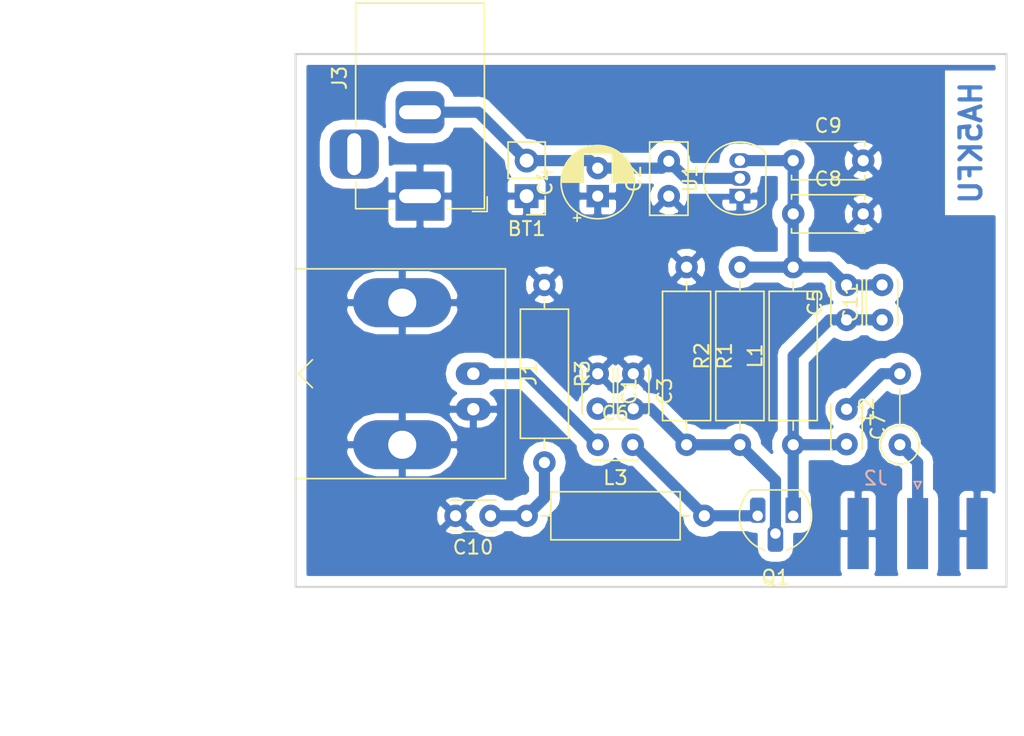
<source format=kicad_pcb>
(kicad_pcb (version 20171130) (host pcbnew 5.0.0+dfsg1-2)

  (general
    (thickness 1.6)
    (drawings 5)
    (tracks 40)
    (zones 0)
    (modules 23)
    (nets 11)
  )

  (page A4)
  (layers
    (0 F.Cu signal)
    (31 B.Cu signal)
    (32 B.Adhes user)
    (33 F.Adhes user)
    (34 B.Paste user)
    (35 F.Paste user)
    (36 B.SilkS user)
    (37 F.SilkS user)
    (38 B.Mask user)
    (39 F.Mask user)
    (40 Dwgs.User user)
    (41 Cmts.User user)
    (42 Eco1.User user)
    (43 Eco2.User user)
    (44 Edge.Cuts user)
    (45 Margin user)
    (46 B.CrtYd user)
    (47 F.CrtYd user)
    (48 B.Fab user)
    (49 F.Fab user hide)
  )

  (setup
    (last_trace_width 0.25)
    (user_trace_width 0.7)
    (user_trace_width 0.8)
    (trace_clearance 0.2)
    (zone_clearance 0.7)
    (zone_45_only no)
    (trace_min 0.2)
    (segment_width 0.2)
    (edge_width 0.15)
    (via_size 0.8)
    (via_drill 0.4)
    (via_min_size 0.4)
    (via_min_drill 0.3)
    (uvia_size 0.3)
    (uvia_drill 0.1)
    (uvias_allowed no)
    (uvia_min_size 0.2)
    (uvia_min_drill 0.1)
    (pcb_text_width 0.3)
    (pcb_text_size 1.5 1.5)
    (mod_edge_width 0.15)
    (mod_text_size 1 1)
    (mod_text_width 0.15)
    (pad_size 1.524 1.524)
    (pad_drill 0.762)
    (pad_to_mask_clearance 0.2)
    (aux_axis_origin 0 0)
    (visible_elements FFFFFF7F)
    (pcbplotparams
      (layerselection 0x01000_fffffffe)
      (usegerberextensions false)
      (usegerberattributes false)
      (usegerberadvancedattributes false)
      (creategerberjobfile false)
      (excludeedgelayer true)
      (linewidth 0.100000)
      (plotframeref false)
      (viasonmask false)
      (mode 1)
      (useauxorigin false)
      (hpglpennumber 1)
      (hpglpenspeed 20)
      (hpglpendiameter 15.000000)
      (psnegative false)
      (psa4output false)
      (plotreference true)
      (plotvalue true)
      (plotinvisibletext false)
      (padsonsilk false)
      (subtractmaskfromsilk false)
      (outputformat 1)
      (mirror false)
      (drillshape 0)
      (scaleselection 1)
      (outputdirectory "gerbers/"))
  )

  (net 0 "")
  (net 1 "Net-(C1-Pad2)")
  (net 2 -9V)
  (net 3 GND)
  (net 4 "Net-(C10-Pad1)")
  (net 5 "Net-(C6-Pad2)")
  (net 6 "Net-(C7-Pad1)")
  (net 7 "Net-(J2-Pad1)")
  (net 8 "Net-(C11-Pad1)")
  (net 9 "Net-(BT1-Pad2)")
  (net 10 "Net-(C6-Pad1)")

  (net_class Default "This is the default net class."
    (clearance 0.2)
    (trace_width 0.25)
    (via_dia 0.8)
    (via_drill 0.4)
    (uvia_dia 0.3)
    (uvia_drill 0.1)
    (add_net -9V)
    (add_net GND)
    (add_net "Net-(BT1-Pad2)")
    (add_net "Net-(C1-Pad2)")
    (add_net "Net-(C10-Pad1)")
    (add_net "Net-(C11-Pad1)")
    (add_net "Net-(C6-Pad1)")
    (add_net "Net-(C6-Pad2)")
    (add_net "Net-(C7-Pad1)")
    (add_net "Net-(J2-Pad1)")
  )

  (module Resistor_THT:R_Axial_DIN0207_L6.3mm_D2.5mm_P5.08mm_Vertical (layer F.Cu) (tedit 5AE5139B) (tstamp 5DEDE2C1)
    (at 157.48 101.6 90)
    (descr "Resistor, Axial_DIN0207 series, Axial, Vertical, pin pitch=5.08mm, 0.25W = 1/4W, length*diameter=6.3*2.5mm^2, http://cdn-reichelt.de/documents/datenblatt/B400/1_4W%23YAG.pdf")
    (tags "Resistor Axial_DIN0207 series Axial Vertical pin pitch 5.08mm 0.25W = 1/4W length 6.3mm diameter 2.5mm")
    (path /5DC2EEED)
    (fp_text reference L2 (at 2.54 -2.37 90) (layer F.SilkS)
      (effects (font (size 1 1) (thickness 0.15)))
    )
    (fp_text value 62u (at 2.54 2.37 90) (layer F.Fab)
      (effects (font (size 1 1) (thickness 0.15)))
    )
    (fp_circle (center 0 0) (end 1.25 0) (layer F.Fab) (width 0.1))
    (fp_circle (center 0 0) (end 1.37 0) (layer F.SilkS) (width 0.12))
    (fp_line (start 0 0) (end 5.08 0) (layer F.Fab) (width 0.1))
    (fp_line (start 1.37 0) (end 3.98 0) (layer F.SilkS) (width 0.12))
    (fp_line (start -1.5 -1.5) (end -1.5 1.5) (layer F.CrtYd) (width 0.05))
    (fp_line (start -1.5 1.5) (end 6.13 1.5) (layer F.CrtYd) (width 0.05))
    (fp_line (start 6.13 1.5) (end 6.13 -1.5) (layer F.CrtYd) (width 0.05))
    (fp_line (start 6.13 -1.5) (end -1.5 -1.5) (layer F.CrtYd) (width 0.05))
    (fp_text user %R (at 2.54 -2.37 90) (layer F.Fab)
      (effects (font (size 1 1) (thickness 0.15)))
    )
    (pad 1 thru_hole circle (at 0 0 90) (size 1.6 1.6) (drill 0.8) (layers *.Cu *.Mask)
      (net 7 "Net-(J2-Pad1)"))
    (pad 2 thru_hole oval (at 5.08 0 90) (size 1.6 1.6) (drill 0.8) (layers *.Cu *.Mask)
      (net 6 "Net-(C7-Pad1)"))
    (model ${KISYS3DMOD}/Resistor_THT.3dshapes/R_Axial_DIN0207_L6.3mm_D2.5mm_P5.08mm_Vertical.wrl
      (at (xyz 0 0 0))
      (scale (xyz 1 1 1))
      (rotate (xyz 0 0 0))
    )
  )

  (module Capacitor_THT:CP_Radial_D5.0mm_P2.00mm (layer F.Cu) (tedit 5AE50EF0) (tstamp 5DEDC2A4)
    (at 135.89 83.82 90)
    (descr "CP, Radial series, Radial, pin pitch=2.00mm, , diameter=5mm, Electrolytic Capacitor")
    (tags "CP Radial series Radial pin pitch 2.00mm  diameter 5mm Electrolytic Capacitor")
    (path /5DC309EB)
    (fp_text reference C4 (at 1 -3.75 90) (layer F.SilkS)
      (effects (font (size 1 1) (thickness 0.15)))
    )
    (fp_text value 10u (at 1 3.75 90) (layer F.Fab)
      (effects (font (size 1 1) (thickness 0.15)))
    )
    (fp_circle (center 1 0) (end 3.5 0) (layer F.Fab) (width 0.1))
    (fp_circle (center 1 0) (end 3.62 0) (layer F.SilkS) (width 0.12))
    (fp_circle (center 1 0) (end 3.75 0) (layer F.CrtYd) (width 0.05))
    (fp_line (start -1.133605 -1.0875) (end -0.633605 -1.0875) (layer F.Fab) (width 0.1))
    (fp_line (start -0.883605 -1.3375) (end -0.883605 -0.8375) (layer F.Fab) (width 0.1))
    (fp_line (start 1 1.04) (end 1 2.58) (layer F.SilkS) (width 0.12))
    (fp_line (start 1 -2.58) (end 1 -1.04) (layer F.SilkS) (width 0.12))
    (fp_line (start 1.04 1.04) (end 1.04 2.58) (layer F.SilkS) (width 0.12))
    (fp_line (start 1.04 -2.58) (end 1.04 -1.04) (layer F.SilkS) (width 0.12))
    (fp_line (start 1.08 -2.579) (end 1.08 -1.04) (layer F.SilkS) (width 0.12))
    (fp_line (start 1.08 1.04) (end 1.08 2.579) (layer F.SilkS) (width 0.12))
    (fp_line (start 1.12 -2.578) (end 1.12 -1.04) (layer F.SilkS) (width 0.12))
    (fp_line (start 1.12 1.04) (end 1.12 2.578) (layer F.SilkS) (width 0.12))
    (fp_line (start 1.16 -2.576) (end 1.16 -1.04) (layer F.SilkS) (width 0.12))
    (fp_line (start 1.16 1.04) (end 1.16 2.576) (layer F.SilkS) (width 0.12))
    (fp_line (start 1.2 -2.573) (end 1.2 -1.04) (layer F.SilkS) (width 0.12))
    (fp_line (start 1.2 1.04) (end 1.2 2.573) (layer F.SilkS) (width 0.12))
    (fp_line (start 1.24 -2.569) (end 1.24 -1.04) (layer F.SilkS) (width 0.12))
    (fp_line (start 1.24 1.04) (end 1.24 2.569) (layer F.SilkS) (width 0.12))
    (fp_line (start 1.28 -2.565) (end 1.28 -1.04) (layer F.SilkS) (width 0.12))
    (fp_line (start 1.28 1.04) (end 1.28 2.565) (layer F.SilkS) (width 0.12))
    (fp_line (start 1.32 -2.561) (end 1.32 -1.04) (layer F.SilkS) (width 0.12))
    (fp_line (start 1.32 1.04) (end 1.32 2.561) (layer F.SilkS) (width 0.12))
    (fp_line (start 1.36 -2.556) (end 1.36 -1.04) (layer F.SilkS) (width 0.12))
    (fp_line (start 1.36 1.04) (end 1.36 2.556) (layer F.SilkS) (width 0.12))
    (fp_line (start 1.4 -2.55) (end 1.4 -1.04) (layer F.SilkS) (width 0.12))
    (fp_line (start 1.4 1.04) (end 1.4 2.55) (layer F.SilkS) (width 0.12))
    (fp_line (start 1.44 -2.543) (end 1.44 -1.04) (layer F.SilkS) (width 0.12))
    (fp_line (start 1.44 1.04) (end 1.44 2.543) (layer F.SilkS) (width 0.12))
    (fp_line (start 1.48 -2.536) (end 1.48 -1.04) (layer F.SilkS) (width 0.12))
    (fp_line (start 1.48 1.04) (end 1.48 2.536) (layer F.SilkS) (width 0.12))
    (fp_line (start 1.52 -2.528) (end 1.52 -1.04) (layer F.SilkS) (width 0.12))
    (fp_line (start 1.52 1.04) (end 1.52 2.528) (layer F.SilkS) (width 0.12))
    (fp_line (start 1.56 -2.52) (end 1.56 -1.04) (layer F.SilkS) (width 0.12))
    (fp_line (start 1.56 1.04) (end 1.56 2.52) (layer F.SilkS) (width 0.12))
    (fp_line (start 1.6 -2.511) (end 1.6 -1.04) (layer F.SilkS) (width 0.12))
    (fp_line (start 1.6 1.04) (end 1.6 2.511) (layer F.SilkS) (width 0.12))
    (fp_line (start 1.64 -2.501) (end 1.64 -1.04) (layer F.SilkS) (width 0.12))
    (fp_line (start 1.64 1.04) (end 1.64 2.501) (layer F.SilkS) (width 0.12))
    (fp_line (start 1.68 -2.491) (end 1.68 -1.04) (layer F.SilkS) (width 0.12))
    (fp_line (start 1.68 1.04) (end 1.68 2.491) (layer F.SilkS) (width 0.12))
    (fp_line (start 1.721 -2.48) (end 1.721 -1.04) (layer F.SilkS) (width 0.12))
    (fp_line (start 1.721 1.04) (end 1.721 2.48) (layer F.SilkS) (width 0.12))
    (fp_line (start 1.761 -2.468) (end 1.761 -1.04) (layer F.SilkS) (width 0.12))
    (fp_line (start 1.761 1.04) (end 1.761 2.468) (layer F.SilkS) (width 0.12))
    (fp_line (start 1.801 -2.455) (end 1.801 -1.04) (layer F.SilkS) (width 0.12))
    (fp_line (start 1.801 1.04) (end 1.801 2.455) (layer F.SilkS) (width 0.12))
    (fp_line (start 1.841 -2.442) (end 1.841 -1.04) (layer F.SilkS) (width 0.12))
    (fp_line (start 1.841 1.04) (end 1.841 2.442) (layer F.SilkS) (width 0.12))
    (fp_line (start 1.881 -2.428) (end 1.881 -1.04) (layer F.SilkS) (width 0.12))
    (fp_line (start 1.881 1.04) (end 1.881 2.428) (layer F.SilkS) (width 0.12))
    (fp_line (start 1.921 -2.414) (end 1.921 -1.04) (layer F.SilkS) (width 0.12))
    (fp_line (start 1.921 1.04) (end 1.921 2.414) (layer F.SilkS) (width 0.12))
    (fp_line (start 1.961 -2.398) (end 1.961 -1.04) (layer F.SilkS) (width 0.12))
    (fp_line (start 1.961 1.04) (end 1.961 2.398) (layer F.SilkS) (width 0.12))
    (fp_line (start 2.001 -2.382) (end 2.001 -1.04) (layer F.SilkS) (width 0.12))
    (fp_line (start 2.001 1.04) (end 2.001 2.382) (layer F.SilkS) (width 0.12))
    (fp_line (start 2.041 -2.365) (end 2.041 -1.04) (layer F.SilkS) (width 0.12))
    (fp_line (start 2.041 1.04) (end 2.041 2.365) (layer F.SilkS) (width 0.12))
    (fp_line (start 2.081 -2.348) (end 2.081 -1.04) (layer F.SilkS) (width 0.12))
    (fp_line (start 2.081 1.04) (end 2.081 2.348) (layer F.SilkS) (width 0.12))
    (fp_line (start 2.121 -2.329) (end 2.121 -1.04) (layer F.SilkS) (width 0.12))
    (fp_line (start 2.121 1.04) (end 2.121 2.329) (layer F.SilkS) (width 0.12))
    (fp_line (start 2.161 -2.31) (end 2.161 -1.04) (layer F.SilkS) (width 0.12))
    (fp_line (start 2.161 1.04) (end 2.161 2.31) (layer F.SilkS) (width 0.12))
    (fp_line (start 2.201 -2.29) (end 2.201 -1.04) (layer F.SilkS) (width 0.12))
    (fp_line (start 2.201 1.04) (end 2.201 2.29) (layer F.SilkS) (width 0.12))
    (fp_line (start 2.241 -2.268) (end 2.241 -1.04) (layer F.SilkS) (width 0.12))
    (fp_line (start 2.241 1.04) (end 2.241 2.268) (layer F.SilkS) (width 0.12))
    (fp_line (start 2.281 -2.247) (end 2.281 -1.04) (layer F.SilkS) (width 0.12))
    (fp_line (start 2.281 1.04) (end 2.281 2.247) (layer F.SilkS) (width 0.12))
    (fp_line (start 2.321 -2.224) (end 2.321 -1.04) (layer F.SilkS) (width 0.12))
    (fp_line (start 2.321 1.04) (end 2.321 2.224) (layer F.SilkS) (width 0.12))
    (fp_line (start 2.361 -2.2) (end 2.361 -1.04) (layer F.SilkS) (width 0.12))
    (fp_line (start 2.361 1.04) (end 2.361 2.2) (layer F.SilkS) (width 0.12))
    (fp_line (start 2.401 -2.175) (end 2.401 -1.04) (layer F.SilkS) (width 0.12))
    (fp_line (start 2.401 1.04) (end 2.401 2.175) (layer F.SilkS) (width 0.12))
    (fp_line (start 2.441 -2.149) (end 2.441 -1.04) (layer F.SilkS) (width 0.12))
    (fp_line (start 2.441 1.04) (end 2.441 2.149) (layer F.SilkS) (width 0.12))
    (fp_line (start 2.481 -2.122) (end 2.481 -1.04) (layer F.SilkS) (width 0.12))
    (fp_line (start 2.481 1.04) (end 2.481 2.122) (layer F.SilkS) (width 0.12))
    (fp_line (start 2.521 -2.095) (end 2.521 -1.04) (layer F.SilkS) (width 0.12))
    (fp_line (start 2.521 1.04) (end 2.521 2.095) (layer F.SilkS) (width 0.12))
    (fp_line (start 2.561 -2.065) (end 2.561 -1.04) (layer F.SilkS) (width 0.12))
    (fp_line (start 2.561 1.04) (end 2.561 2.065) (layer F.SilkS) (width 0.12))
    (fp_line (start 2.601 -2.035) (end 2.601 -1.04) (layer F.SilkS) (width 0.12))
    (fp_line (start 2.601 1.04) (end 2.601 2.035) (layer F.SilkS) (width 0.12))
    (fp_line (start 2.641 -2.004) (end 2.641 -1.04) (layer F.SilkS) (width 0.12))
    (fp_line (start 2.641 1.04) (end 2.641 2.004) (layer F.SilkS) (width 0.12))
    (fp_line (start 2.681 -1.971) (end 2.681 -1.04) (layer F.SilkS) (width 0.12))
    (fp_line (start 2.681 1.04) (end 2.681 1.971) (layer F.SilkS) (width 0.12))
    (fp_line (start 2.721 -1.937) (end 2.721 -1.04) (layer F.SilkS) (width 0.12))
    (fp_line (start 2.721 1.04) (end 2.721 1.937) (layer F.SilkS) (width 0.12))
    (fp_line (start 2.761 -1.901) (end 2.761 -1.04) (layer F.SilkS) (width 0.12))
    (fp_line (start 2.761 1.04) (end 2.761 1.901) (layer F.SilkS) (width 0.12))
    (fp_line (start 2.801 -1.864) (end 2.801 -1.04) (layer F.SilkS) (width 0.12))
    (fp_line (start 2.801 1.04) (end 2.801 1.864) (layer F.SilkS) (width 0.12))
    (fp_line (start 2.841 -1.826) (end 2.841 -1.04) (layer F.SilkS) (width 0.12))
    (fp_line (start 2.841 1.04) (end 2.841 1.826) (layer F.SilkS) (width 0.12))
    (fp_line (start 2.881 -1.785) (end 2.881 -1.04) (layer F.SilkS) (width 0.12))
    (fp_line (start 2.881 1.04) (end 2.881 1.785) (layer F.SilkS) (width 0.12))
    (fp_line (start 2.921 -1.743) (end 2.921 -1.04) (layer F.SilkS) (width 0.12))
    (fp_line (start 2.921 1.04) (end 2.921 1.743) (layer F.SilkS) (width 0.12))
    (fp_line (start 2.961 -1.699) (end 2.961 -1.04) (layer F.SilkS) (width 0.12))
    (fp_line (start 2.961 1.04) (end 2.961 1.699) (layer F.SilkS) (width 0.12))
    (fp_line (start 3.001 -1.653) (end 3.001 -1.04) (layer F.SilkS) (width 0.12))
    (fp_line (start 3.001 1.04) (end 3.001 1.653) (layer F.SilkS) (width 0.12))
    (fp_line (start 3.041 -1.605) (end 3.041 1.605) (layer F.SilkS) (width 0.12))
    (fp_line (start 3.081 -1.554) (end 3.081 1.554) (layer F.SilkS) (width 0.12))
    (fp_line (start 3.121 -1.5) (end 3.121 1.5) (layer F.SilkS) (width 0.12))
    (fp_line (start 3.161 -1.443) (end 3.161 1.443) (layer F.SilkS) (width 0.12))
    (fp_line (start 3.201 -1.383) (end 3.201 1.383) (layer F.SilkS) (width 0.12))
    (fp_line (start 3.241 -1.319) (end 3.241 1.319) (layer F.SilkS) (width 0.12))
    (fp_line (start 3.281 -1.251) (end 3.281 1.251) (layer F.SilkS) (width 0.12))
    (fp_line (start 3.321 -1.178) (end 3.321 1.178) (layer F.SilkS) (width 0.12))
    (fp_line (start 3.361 -1.098) (end 3.361 1.098) (layer F.SilkS) (width 0.12))
    (fp_line (start 3.401 -1.011) (end 3.401 1.011) (layer F.SilkS) (width 0.12))
    (fp_line (start 3.441 -0.915) (end 3.441 0.915) (layer F.SilkS) (width 0.12))
    (fp_line (start 3.481 -0.805) (end 3.481 0.805) (layer F.SilkS) (width 0.12))
    (fp_line (start 3.521 -0.677) (end 3.521 0.677) (layer F.SilkS) (width 0.12))
    (fp_line (start 3.561 -0.518) (end 3.561 0.518) (layer F.SilkS) (width 0.12))
    (fp_line (start 3.601 -0.284) (end 3.601 0.284) (layer F.SilkS) (width 0.12))
    (fp_line (start -1.804775 -1.475) (end -1.304775 -1.475) (layer F.SilkS) (width 0.12))
    (fp_line (start -1.554775 -1.725) (end -1.554775 -1.225) (layer F.SilkS) (width 0.12))
    (fp_text user %R (at 1 0 90) (layer F.Fab)
      (effects (font (size 1 1) (thickness 0.15)))
    )
    (pad 1 thru_hole rect (at 0 0 90) (size 1.6 1.6) (drill 0.8) (layers *.Cu *.Mask)
      (net 3 GND))
    (pad 2 thru_hole circle (at 2 0 90) (size 1.6 1.6) (drill 0.8) (layers *.Cu *.Mask)
      (net 9 "Net-(BT1-Pad2)"))
    (model ${KISYS3DMOD}/Capacitor_THT.3dshapes/CP_Radial_D5.0mm_P2.00mm.wrl
      (at (xyz 0 0 0))
      (scale (xyz 1 1 1))
      (rotate (xyz 0 0 0))
    )
  )

  (module Capacitor_THT:C_Disc_D5.0mm_W2.5mm_P2.50mm (layer F.Cu) (tedit 5AE50EF0) (tstamp 5DEDC17A)
    (at 140.97 83.82 90)
    (descr "C, Disc series, Radial, pin pitch=2.50mm, , diameter*width=5*2.5mm^2, Capacitor, http://cdn-reichelt.de/documents/datenblatt/B300/DS_KERKO_TC.pdf")
    (tags "C Disc series Radial pin pitch 2.50mm  diameter 5mm width 2.5mm Capacitor")
    (path /5DC3044D)
    (fp_text reference C2 (at 1.25 -2.5 90) (layer F.SilkS)
      (effects (font (size 1 1) (thickness 0.15)))
    )
    (fp_text value 100n (at 1.25 2.5 90) (layer F.Fab)
      (effects (font (size 1 1) (thickness 0.15)))
    )
    (fp_line (start -1.25 -1.25) (end -1.25 1.25) (layer F.Fab) (width 0.1))
    (fp_line (start -1.25 1.25) (end 3.75 1.25) (layer F.Fab) (width 0.1))
    (fp_line (start 3.75 1.25) (end 3.75 -1.25) (layer F.Fab) (width 0.1))
    (fp_line (start 3.75 -1.25) (end -1.25 -1.25) (layer F.Fab) (width 0.1))
    (fp_line (start -1.37 -1.37) (end 3.87 -1.37) (layer F.SilkS) (width 0.12))
    (fp_line (start -1.37 1.37) (end 3.87 1.37) (layer F.SilkS) (width 0.12))
    (fp_line (start -1.37 -1.37) (end -1.37 1.37) (layer F.SilkS) (width 0.12))
    (fp_line (start 3.87 -1.37) (end 3.87 1.37) (layer F.SilkS) (width 0.12))
    (fp_line (start -1.5 -1.5) (end -1.5 1.5) (layer F.CrtYd) (width 0.05))
    (fp_line (start -1.5 1.5) (end 4 1.5) (layer F.CrtYd) (width 0.05))
    (fp_line (start 4 1.5) (end 4 -1.5) (layer F.CrtYd) (width 0.05))
    (fp_line (start 4 -1.5) (end -1.5 -1.5) (layer F.CrtYd) (width 0.05))
    (fp_text user %R (at 1.25 0 90) (layer F.Fab)
      (effects (font (size 1 1) (thickness 0.15)))
    )
    (pad 1 thru_hole circle (at 0 0 90) (size 1.6 1.6) (drill 0.8) (layers *.Cu *.Mask)
      (net 3 GND))
    (pad 2 thru_hole circle (at 2.5 0 90) (size 1.6 1.6) (drill 0.8) (layers *.Cu *.Mask)
      (net 9 "Net-(BT1-Pad2)"))
    (model ${KISYS3DMOD}/Capacitor_THT.3dshapes/C_Disc_D5.0mm_W2.5mm_P2.50mm.wrl
      (at (xyz 0 0 0))
      (scale (xyz 1 1 1))
      (rotate (xyz 0 0 0))
    )
  )

  (module Capacitor_THT:C_Disc_D3.0mm_W2.0mm_P2.50mm (layer F.Cu) (tedit 5AE50EF0) (tstamp 5DEDAA02)
    (at 135.89 96.52 270)
    (descr "C, Disc series, Radial, pin pitch=2.50mm, , diameter*width=3*2mm^2, Capacitor")
    (tags "C Disc series Radial pin pitch 2.50mm  diameter 3mm width 2mm Capacitor")
    (path /5DC2E7D0)
    (fp_text reference C1 (at 1.25 -2.25 270) (layer F.SilkS)
      (effects (font (size 1 1) (thickness 0.15)))
    )
    (fp_text value 8n2 (at 1.25 2.25 270) (layer F.Fab)
      (effects (font (size 1 1) (thickness 0.15)))
    )
    (fp_text user %R (at 1.25 0 270) (layer F.Fab)
      (effects (font (size 0.6 0.6) (thickness 0.09)))
    )
    (fp_line (start 3.55 -1.25) (end -1.05 -1.25) (layer F.CrtYd) (width 0.05))
    (fp_line (start 3.55 1.25) (end 3.55 -1.25) (layer F.CrtYd) (width 0.05))
    (fp_line (start -1.05 1.25) (end 3.55 1.25) (layer F.CrtYd) (width 0.05))
    (fp_line (start -1.05 -1.25) (end -1.05 1.25) (layer F.CrtYd) (width 0.05))
    (fp_line (start 2.87 1.055) (end 2.87 1.12) (layer F.SilkS) (width 0.12))
    (fp_line (start 2.87 -1.12) (end 2.87 -1.055) (layer F.SilkS) (width 0.12))
    (fp_line (start -0.37 1.055) (end -0.37 1.12) (layer F.SilkS) (width 0.12))
    (fp_line (start -0.37 -1.12) (end -0.37 -1.055) (layer F.SilkS) (width 0.12))
    (fp_line (start -0.37 1.12) (end 2.87 1.12) (layer F.SilkS) (width 0.12))
    (fp_line (start -0.37 -1.12) (end 2.87 -1.12) (layer F.SilkS) (width 0.12))
    (fp_line (start 2.75 -1) (end -0.25 -1) (layer F.Fab) (width 0.1))
    (fp_line (start 2.75 1) (end 2.75 -1) (layer F.Fab) (width 0.1))
    (fp_line (start -0.25 1) (end 2.75 1) (layer F.Fab) (width 0.1))
    (fp_line (start -0.25 -1) (end -0.25 1) (layer F.Fab) (width 0.1))
    (pad 2 thru_hole circle (at 2.5 0 270) (size 1.6 1.6) (drill 0.8) (layers *.Cu *.Mask)
      (net 1 "Net-(C1-Pad2)"))
    (pad 1 thru_hole circle (at 0 0 270) (size 1.6 1.6) (drill 0.8) (layers *.Cu *.Mask)
      (net 3 GND))
    (model ${KISYS3DMOD}/Capacitor_THT.3dshapes/C_Disc_D3.0mm_W2.0mm_P2.50mm.wrl
      (at (xyz 0 0 0))
      (scale (xyz 1 1 1))
      (rotate (xyz 0 0 0))
    )
  )

  (module Capacitor_THT:C_Disc_D3.0mm_W2.0mm_P2.50mm (layer F.Cu) (tedit 5AE50EF0) (tstamp 5DEDA9ED)
    (at 138.43 96.52 270)
    (descr "C, Disc series, Radial, pin pitch=2.50mm, , diameter*width=3*2mm^2, Capacitor")
    (tags "C Disc series Radial pin pitch 2.50mm  diameter 3mm width 2mm Capacitor")
    (path /5DC2E813)
    (fp_text reference C3 (at 1.25 -2.25 270) (layer F.SilkS)
      (effects (font (size 1 1) (thickness 0.15)))
    )
    (fp_text value 8n2 (at 1.25 2.25 270) (layer F.Fab)
      (effects (font (size 1 1) (thickness 0.15)))
    )
    (fp_line (start -0.25 -1) (end -0.25 1) (layer F.Fab) (width 0.1))
    (fp_line (start -0.25 1) (end 2.75 1) (layer F.Fab) (width 0.1))
    (fp_line (start 2.75 1) (end 2.75 -1) (layer F.Fab) (width 0.1))
    (fp_line (start 2.75 -1) (end -0.25 -1) (layer F.Fab) (width 0.1))
    (fp_line (start -0.37 -1.12) (end 2.87 -1.12) (layer F.SilkS) (width 0.12))
    (fp_line (start -0.37 1.12) (end 2.87 1.12) (layer F.SilkS) (width 0.12))
    (fp_line (start -0.37 -1.12) (end -0.37 -1.055) (layer F.SilkS) (width 0.12))
    (fp_line (start -0.37 1.055) (end -0.37 1.12) (layer F.SilkS) (width 0.12))
    (fp_line (start 2.87 -1.12) (end 2.87 -1.055) (layer F.SilkS) (width 0.12))
    (fp_line (start 2.87 1.055) (end 2.87 1.12) (layer F.SilkS) (width 0.12))
    (fp_line (start -1.05 -1.25) (end -1.05 1.25) (layer F.CrtYd) (width 0.05))
    (fp_line (start -1.05 1.25) (end 3.55 1.25) (layer F.CrtYd) (width 0.05))
    (fp_line (start 3.55 1.25) (end 3.55 -1.25) (layer F.CrtYd) (width 0.05))
    (fp_line (start 3.55 -1.25) (end -1.05 -1.25) (layer F.CrtYd) (width 0.05))
    (fp_text user %R (at 1.25 0 270) (layer F.Fab)
      (effects (font (size 0.6 0.6) (thickness 0.09)))
    )
    (pad 1 thru_hole circle (at 0 0 270) (size 1.6 1.6) (drill 0.8) (layers *.Cu *.Mask)
      (net 3 GND))
    (pad 2 thru_hole circle (at 2.5 0 270) (size 1.6 1.6) (drill 0.8) (layers *.Cu *.Mask)
      (net 1 "Net-(C1-Pad2)"))
    (model ${KISYS3DMOD}/Capacitor_THT.3dshapes/C_Disc_D3.0mm_W2.0mm_P2.50mm.wrl
      (at (xyz 0 0 0))
      (scale (xyz 1 1 1))
      (rotate (xyz 0 0 0))
    )
  )

  (module Capacitor_THT:C_Disc_D3.0mm_W2.0mm_P2.50mm (layer F.Cu) (tedit 5AE50EF0) (tstamp 5DEDA9C3)
    (at 153.67 92.67 90)
    (descr "C, Disc series, Radial, pin pitch=2.50mm, , diameter*width=3*2mm^2, Capacitor")
    (tags "C Disc series Radial pin pitch 2.50mm  diameter 3mm width 2mm Capacitor")
    (path /5DC2EC44)
    (fp_text reference C5 (at 1.25 -2.25 90) (layer F.SilkS)
      (effects (font (size 1 1) (thickness 0.15)))
    )
    (fp_text value 270p (at 1.25 2.25 90) (layer F.Fab)
      (effects (font (size 1 1) (thickness 0.15)))
    )
    (fp_line (start -0.25 -1) (end -0.25 1) (layer F.Fab) (width 0.1))
    (fp_line (start -0.25 1) (end 2.75 1) (layer F.Fab) (width 0.1))
    (fp_line (start 2.75 1) (end 2.75 -1) (layer F.Fab) (width 0.1))
    (fp_line (start 2.75 -1) (end -0.25 -1) (layer F.Fab) (width 0.1))
    (fp_line (start -0.37 -1.12) (end 2.87 -1.12) (layer F.SilkS) (width 0.12))
    (fp_line (start -0.37 1.12) (end 2.87 1.12) (layer F.SilkS) (width 0.12))
    (fp_line (start -0.37 -1.12) (end -0.37 -1.055) (layer F.SilkS) (width 0.12))
    (fp_line (start -0.37 1.055) (end -0.37 1.12) (layer F.SilkS) (width 0.12))
    (fp_line (start 2.87 -1.12) (end 2.87 -1.055) (layer F.SilkS) (width 0.12))
    (fp_line (start 2.87 1.055) (end 2.87 1.12) (layer F.SilkS) (width 0.12))
    (fp_line (start -1.05 -1.25) (end -1.05 1.25) (layer F.CrtYd) (width 0.05))
    (fp_line (start -1.05 1.25) (end 3.55 1.25) (layer F.CrtYd) (width 0.05))
    (fp_line (start 3.55 1.25) (end 3.55 -1.25) (layer F.CrtYd) (width 0.05))
    (fp_line (start 3.55 -1.25) (end -1.05 -1.25) (layer F.CrtYd) (width 0.05))
    (fp_text user %R (at 1.25 0 90) (layer F.Fab)
      (effects (font (size 0.6 0.6) (thickness 0.09)))
    )
    (pad 1 thru_hole circle (at 0 0 90) (size 1.6 1.6) (drill 0.8) (layers *.Cu *.Mask)
      (net 8 "Net-(C11-Pad1)"))
    (pad 2 thru_hole circle (at 2.5 0 90) (size 1.6 1.6) (drill 0.8) (layers *.Cu *.Mask)
      (net 2 -9V))
    (model ${KISYS3DMOD}/Capacitor_THT.3dshapes/C_Disc_D3.0mm_W2.0mm_P2.50mm.wrl
      (at (xyz 0 0 0))
      (scale (xyz 1 1 1))
      (rotate (xyz 0 0 0))
    )
  )

  (module Capacitor_THT:C_Disc_D3.0mm_W2.0mm_P2.50mm (layer F.Cu) (tedit 5AE50EF0) (tstamp 5DEDA9AE)
    (at 135.89 101.6)
    (descr "C, Disc series, Radial, pin pitch=2.50mm, , diameter*width=3*2mm^2, Capacitor")
    (tags "C Disc series Radial pin pitch 2.50mm  diameter 3mm width 2mm Capacitor")
    (path /5DC2F22F)
    (fp_text reference C6 (at 1.25 -2.25) (layer F.SilkS)
      (effects (font (size 1 1) (thickness 0.15)))
    )
    (fp_text value 8n2 (at 1.25 2.25) (layer F.Fab)
      (effects (font (size 1 1) (thickness 0.15)))
    )
    (fp_text user %R (at 1.25 0) (layer F.Fab)
      (effects (font (size 0.6 0.6) (thickness 0.09)))
    )
    (fp_line (start 3.55 -1.25) (end -1.05 -1.25) (layer F.CrtYd) (width 0.05))
    (fp_line (start 3.55 1.25) (end 3.55 -1.25) (layer F.CrtYd) (width 0.05))
    (fp_line (start -1.05 1.25) (end 3.55 1.25) (layer F.CrtYd) (width 0.05))
    (fp_line (start -1.05 -1.25) (end -1.05 1.25) (layer F.CrtYd) (width 0.05))
    (fp_line (start 2.87 1.055) (end 2.87 1.12) (layer F.SilkS) (width 0.12))
    (fp_line (start 2.87 -1.12) (end 2.87 -1.055) (layer F.SilkS) (width 0.12))
    (fp_line (start -0.37 1.055) (end -0.37 1.12) (layer F.SilkS) (width 0.12))
    (fp_line (start -0.37 -1.12) (end -0.37 -1.055) (layer F.SilkS) (width 0.12))
    (fp_line (start -0.37 1.12) (end 2.87 1.12) (layer F.SilkS) (width 0.12))
    (fp_line (start -0.37 -1.12) (end 2.87 -1.12) (layer F.SilkS) (width 0.12))
    (fp_line (start 2.75 -1) (end -0.25 -1) (layer F.Fab) (width 0.1))
    (fp_line (start 2.75 1) (end 2.75 -1) (layer F.Fab) (width 0.1))
    (fp_line (start -0.25 1) (end 2.75 1) (layer F.Fab) (width 0.1))
    (fp_line (start -0.25 -1) (end -0.25 1) (layer F.Fab) (width 0.1))
    (pad 2 thru_hole circle (at 2.5 0) (size 1.6 1.6) (drill 0.8) (layers *.Cu *.Mask)
      (net 5 "Net-(C6-Pad2)"))
    (pad 1 thru_hole circle (at 0 0) (size 1.6 1.6) (drill 0.8) (layers *.Cu *.Mask)
      (net 10 "Net-(C6-Pad1)"))
    (model ${KISYS3DMOD}/Capacitor_THT.3dshapes/C_Disc_D3.0mm_W2.0mm_P2.50mm.wrl
      (at (xyz 0 0 0))
      (scale (xyz 1 1 1))
      (rotate (xyz 0 0 0))
    )
  )

  (module Capacitor_THT:C_Disc_D3.0mm_W2.0mm_P2.50mm (layer F.Cu) (tedit 5AE50EF0) (tstamp 5DEDA999)
    (at 153.67 99.06 270)
    (descr "C, Disc series, Radial, pin pitch=2.50mm, , diameter*width=3*2mm^2, Capacitor")
    (tags "C Disc series Radial pin pitch 2.50mm  diameter 3mm width 2mm Capacitor")
    (path /5DC2EDCB)
    (fp_text reference C7 (at 1.25 -2.25 270) (layer F.SilkS)
      (effects (font (size 1 1) (thickness 0.15)))
    )
    (fp_text value 8n2 (at 1.25 2.25 270) (layer F.Fab)
      (effects (font (size 1 1) (thickness 0.15)))
    )
    (fp_line (start -0.25 -1) (end -0.25 1) (layer F.Fab) (width 0.1))
    (fp_line (start -0.25 1) (end 2.75 1) (layer F.Fab) (width 0.1))
    (fp_line (start 2.75 1) (end 2.75 -1) (layer F.Fab) (width 0.1))
    (fp_line (start 2.75 -1) (end -0.25 -1) (layer F.Fab) (width 0.1))
    (fp_line (start -0.37 -1.12) (end 2.87 -1.12) (layer F.SilkS) (width 0.12))
    (fp_line (start -0.37 1.12) (end 2.87 1.12) (layer F.SilkS) (width 0.12))
    (fp_line (start -0.37 -1.12) (end -0.37 -1.055) (layer F.SilkS) (width 0.12))
    (fp_line (start -0.37 1.055) (end -0.37 1.12) (layer F.SilkS) (width 0.12))
    (fp_line (start 2.87 -1.12) (end 2.87 -1.055) (layer F.SilkS) (width 0.12))
    (fp_line (start 2.87 1.055) (end 2.87 1.12) (layer F.SilkS) (width 0.12))
    (fp_line (start -1.05 -1.25) (end -1.05 1.25) (layer F.CrtYd) (width 0.05))
    (fp_line (start -1.05 1.25) (end 3.55 1.25) (layer F.CrtYd) (width 0.05))
    (fp_line (start 3.55 1.25) (end 3.55 -1.25) (layer F.CrtYd) (width 0.05))
    (fp_line (start 3.55 -1.25) (end -1.05 -1.25) (layer F.CrtYd) (width 0.05))
    (fp_text user %R (at 1.25 0 270) (layer F.Fab)
      (effects (font (size 0.6 0.6) (thickness 0.09)))
    )
    (pad 1 thru_hole circle (at 0 0 270) (size 1.6 1.6) (drill 0.8) (layers *.Cu *.Mask)
      (net 6 "Net-(C7-Pad1)"))
    (pad 2 thru_hole circle (at 2.5 0 270) (size 1.6 1.6) (drill 0.8) (layers *.Cu *.Mask)
      (net 8 "Net-(C11-Pad1)"))
    (model ${KISYS3DMOD}/Capacitor_THT.3dshapes/C_Disc_D3.0mm_W2.0mm_P2.50mm.wrl
      (at (xyz 0 0 0))
      (scale (xyz 1 1 1))
      (rotate (xyz 0 0 0))
    )
  )

  (module Capacitor_THT:C_Disc_D3.0mm_W2.0mm_P2.50mm (layer F.Cu) (tedit 5AE50EF0) (tstamp 5DEDA984)
    (at 128.23 106.68 180)
    (descr "C, Disc series, Radial, pin pitch=2.50mm, , diameter*width=3*2mm^2, Capacitor")
    (tags "C Disc series Radial pin pitch 2.50mm  diameter 3mm width 2mm Capacitor")
    (path /5DCA8A97)
    (fp_text reference C10 (at 1.25 -2.25 180) (layer F.SilkS)
      (effects (font (size 1 1) (thickness 0.15)))
    )
    (fp_text value C (at 1.25 2.25 180) (layer F.Fab)
      (effects (font (size 1 1) (thickness 0.15)))
    )
    (fp_text user %R (at 1.25 0 180) (layer F.Fab)
      (effects (font (size 0.6 0.6) (thickness 0.09)))
    )
    (fp_line (start 3.55 -1.25) (end -1.05 -1.25) (layer F.CrtYd) (width 0.05))
    (fp_line (start 3.55 1.25) (end 3.55 -1.25) (layer F.CrtYd) (width 0.05))
    (fp_line (start -1.05 1.25) (end 3.55 1.25) (layer F.CrtYd) (width 0.05))
    (fp_line (start -1.05 -1.25) (end -1.05 1.25) (layer F.CrtYd) (width 0.05))
    (fp_line (start 2.87 1.055) (end 2.87 1.12) (layer F.SilkS) (width 0.12))
    (fp_line (start 2.87 -1.12) (end 2.87 -1.055) (layer F.SilkS) (width 0.12))
    (fp_line (start -0.37 1.055) (end -0.37 1.12) (layer F.SilkS) (width 0.12))
    (fp_line (start -0.37 -1.12) (end -0.37 -1.055) (layer F.SilkS) (width 0.12))
    (fp_line (start -0.37 1.12) (end 2.87 1.12) (layer F.SilkS) (width 0.12))
    (fp_line (start -0.37 -1.12) (end 2.87 -1.12) (layer F.SilkS) (width 0.12))
    (fp_line (start 2.75 -1) (end -0.25 -1) (layer F.Fab) (width 0.1))
    (fp_line (start 2.75 1) (end 2.75 -1) (layer F.Fab) (width 0.1))
    (fp_line (start -0.25 1) (end 2.75 1) (layer F.Fab) (width 0.1))
    (fp_line (start -0.25 -1) (end -0.25 1) (layer F.Fab) (width 0.1))
    (pad 2 thru_hole circle (at 2.5 0 180) (size 1.6 1.6) (drill 0.8) (layers *.Cu *.Mask)
      (net 3 GND))
    (pad 1 thru_hole circle (at 0 0 180) (size 1.6 1.6) (drill 0.8) (layers *.Cu *.Mask)
      (net 4 "Net-(C10-Pad1)"))
    (model ${KISYS3DMOD}/Capacitor_THT.3dshapes/C_Disc_D3.0mm_W2.0mm_P2.50mm.wrl
      (at (xyz 0 0 0))
      (scale (xyz 1 1 1))
      (rotate (xyz 0 0 0))
    )
  )

  (module Capacitor_THT:C_Disc_D3.0mm_W2.0mm_P2.50mm (layer F.Cu) (tedit 5AE50EF0) (tstamp 5DEDA96F)
    (at 156.21 92.67 90)
    (descr "C, Disc series, Radial, pin pitch=2.50mm, , diameter*width=3*2mm^2, Capacitor")
    (tags "C Disc series Radial pin pitch 2.50mm  diameter 3mm width 2mm Capacitor")
    (path /5DCAB3D3)
    (fp_text reference C11 (at 1.25 -2.25 90) (layer F.SilkS)
      (effects (font (size 1 1) (thickness 0.15)))
    )
    (fp_text value 33p (at 1.25 2.25 90) (layer F.Fab)
      (effects (font (size 1 1) (thickness 0.15)))
    )
    (fp_line (start -0.25 -1) (end -0.25 1) (layer F.Fab) (width 0.1))
    (fp_line (start -0.25 1) (end 2.75 1) (layer F.Fab) (width 0.1))
    (fp_line (start 2.75 1) (end 2.75 -1) (layer F.Fab) (width 0.1))
    (fp_line (start 2.75 -1) (end -0.25 -1) (layer F.Fab) (width 0.1))
    (fp_line (start -0.37 -1.12) (end 2.87 -1.12) (layer F.SilkS) (width 0.12))
    (fp_line (start -0.37 1.12) (end 2.87 1.12) (layer F.SilkS) (width 0.12))
    (fp_line (start -0.37 -1.12) (end -0.37 -1.055) (layer F.SilkS) (width 0.12))
    (fp_line (start -0.37 1.055) (end -0.37 1.12) (layer F.SilkS) (width 0.12))
    (fp_line (start 2.87 -1.12) (end 2.87 -1.055) (layer F.SilkS) (width 0.12))
    (fp_line (start 2.87 1.055) (end 2.87 1.12) (layer F.SilkS) (width 0.12))
    (fp_line (start -1.05 -1.25) (end -1.05 1.25) (layer F.CrtYd) (width 0.05))
    (fp_line (start -1.05 1.25) (end 3.55 1.25) (layer F.CrtYd) (width 0.05))
    (fp_line (start 3.55 1.25) (end 3.55 -1.25) (layer F.CrtYd) (width 0.05))
    (fp_line (start 3.55 -1.25) (end -1.05 -1.25) (layer F.CrtYd) (width 0.05))
    (fp_text user %R (at 1.25 0 90) (layer F.Fab)
      (effects (font (size 0.6 0.6) (thickness 0.09)))
    )
    (pad 1 thru_hole circle (at 0 0 90) (size 1.6 1.6) (drill 0.8) (layers *.Cu *.Mask)
      (net 8 "Net-(C11-Pad1)"))
    (pad 2 thru_hole circle (at 2.5 0 90) (size 1.6 1.6) (drill 0.8) (layers *.Cu *.Mask)
      (net 2 -9V))
    (model ${KISYS3DMOD}/Capacitor_THT.3dshapes/C_Disc_D3.0mm_W2.0mm_P2.50mm.wrl
      (at (xyz 0 0 0))
      (scale (xyz 1 1 1))
      (rotate (xyz 0 0 0))
    )
  )

  (module Capacitor_THT:C_Disc_D5.0mm_W2.5mm_P5.00mm (layer F.Cu) (tedit 5AE50EF0) (tstamp 5DEDA95A)
    (at 149.86 81.28)
    (descr "C, Disc series, Radial, pin pitch=5.00mm, , diameter*width=5*2.5mm^2, Capacitor, http://cdn-reichelt.de/documents/datenblatt/B300/DS_KERKO_TC.pdf")
    (tags "C Disc series Radial pin pitch 5.00mm  diameter 5mm width 2.5mm Capacitor")
    (path /5DC31B0C)
    (fp_text reference C9 (at 2.5 -2.5) (layer F.SilkS)
      (effects (font (size 1 1) (thickness 0.15)))
    )
    (fp_text value 10n (at 2.5 2.5) (layer F.Fab)
      (effects (font (size 1 1) (thickness 0.15)))
    )
    (fp_text user %R (at 2.5 0) (layer F.Fab)
      (effects (font (size 1 1) (thickness 0.15)))
    )
    (fp_line (start 6.05 -1.5) (end -1.05 -1.5) (layer F.CrtYd) (width 0.05))
    (fp_line (start 6.05 1.5) (end 6.05 -1.5) (layer F.CrtYd) (width 0.05))
    (fp_line (start -1.05 1.5) (end 6.05 1.5) (layer F.CrtYd) (width 0.05))
    (fp_line (start -1.05 -1.5) (end -1.05 1.5) (layer F.CrtYd) (width 0.05))
    (fp_line (start 5.12 1.055) (end 5.12 1.37) (layer F.SilkS) (width 0.12))
    (fp_line (start 5.12 -1.37) (end 5.12 -1.055) (layer F.SilkS) (width 0.12))
    (fp_line (start -0.12 1.055) (end -0.12 1.37) (layer F.SilkS) (width 0.12))
    (fp_line (start -0.12 -1.37) (end -0.12 -1.055) (layer F.SilkS) (width 0.12))
    (fp_line (start -0.12 1.37) (end 5.12 1.37) (layer F.SilkS) (width 0.12))
    (fp_line (start -0.12 -1.37) (end 5.12 -1.37) (layer F.SilkS) (width 0.12))
    (fp_line (start 5 -1.25) (end 0 -1.25) (layer F.Fab) (width 0.1))
    (fp_line (start 5 1.25) (end 5 -1.25) (layer F.Fab) (width 0.1))
    (fp_line (start 0 1.25) (end 5 1.25) (layer F.Fab) (width 0.1))
    (fp_line (start 0 -1.25) (end 0 1.25) (layer F.Fab) (width 0.1))
    (pad 2 thru_hole circle (at 5 0) (size 1.6 1.6) (drill 0.8) (layers *.Cu *.Mask)
      (net 3 GND))
    (pad 1 thru_hole circle (at 0 0) (size 1.6 1.6) (drill 0.8) (layers *.Cu *.Mask)
      (net 2 -9V))
    (model ${KISYS3DMOD}/Capacitor_THT.3dshapes/C_Disc_D5.0mm_W2.5mm_P5.00mm.wrl
      (at (xyz 0 0 0))
      (scale (xyz 1 1 1))
      (rotate (xyz 0 0 0))
    )
  )

  (module Capacitor_THT:C_Disc_D5.0mm_W2.5mm_P5.00mm (layer F.Cu) (tedit 5AE50EF0) (tstamp 5DEDA945)
    (at 149.86 85.09)
    (descr "C, Disc series, Radial, pin pitch=5.00mm, , diameter*width=5*2.5mm^2, Capacitor, http://cdn-reichelt.de/documents/datenblatt/B300/DS_KERKO_TC.pdf")
    (tags "C Disc series Radial pin pitch 5.00mm  diameter 5mm width 2.5mm Capacitor")
    (path /5DC3170C)
    (fp_text reference C8 (at 2.5 -2.5) (layer F.SilkS)
      (effects (font (size 1 1) (thickness 0.15)))
    )
    (fp_text value 100n (at 2.5 2.5) (layer F.Fab)
      (effects (font (size 1 1) (thickness 0.15)))
    )
    (fp_line (start 0 -1.25) (end 0 1.25) (layer F.Fab) (width 0.1))
    (fp_line (start 0 1.25) (end 5 1.25) (layer F.Fab) (width 0.1))
    (fp_line (start 5 1.25) (end 5 -1.25) (layer F.Fab) (width 0.1))
    (fp_line (start 5 -1.25) (end 0 -1.25) (layer F.Fab) (width 0.1))
    (fp_line (start -0.12 -1.37) (end 5.12 -1.37) (layer F.SilkS) (width 0.12))
    (fp_line (start -0.12 1.37) (end 5.12 1.37) (layer F.SilkS) (width 0.12))
    (fp_line (start -0.12 -1.37) (end -0.12 -1.055) (layer F.SilkS) (width 0.12))
    (fp_line (start -0.12 1.055) (end -0.12 1.37) (layer F.SilkS) (width 0.12))
    (fp_line (start 5.12 -1.37) (end 5.12 -1.055) (layer F.SilkS) (width 0.12))
    (fp_line (start 5.12 1.055) (end 5.12 1.37) (layer F.SilkS) (width 0.12))
    (fp_line (start -1.05 -1.5) (end -1.05 1.5) (layer F.CrtYd) (width 0.05))
    (fp_line (start -1.05 1.5) (end 6.05 1.5) (layer F.CrtYd) (width 0.05))
    (fp_line (start 6.05 1.5) (end 6.05 -1.5) (layer F.CrtYd) (width 0.05))
    (fp_line (start 6.05 -1.5) (end -1.05 -1.5) (layer F.CrtYd) (width 0.05))
    (fp_text user %R (at 2.5 0) (layer F.Fab)
      (effects (font (size 1 1) (thickness 0.15)))
    )
    (pad 1 thru_hole circle (at 0 0) (size 1.6 1.6) (drill 0.8) (layers *.Cu *.Mask)
      (net 2 -9V))
    (pad 2 thru_hole circle (at 5 0) (size 1.6 1.6) (drill 0.8) (layers *.Cu *.Mask)
      (net 3 GND))
    (model ${KISYS3DMOD}/Capacitor_THT.3dshapes/C_Disc_D5.0mm_W2.5mm_P5.00mm.wrl
      (at (xyz 0 0 0))
      (scale (xyz 1 1 1))
      (rotate (xyz 0 0 0))
    )
  )

  (module Connector_BarrelJack:BarrelJack_Horizontal (layer F.Cu) (tedit 5A1DBF6A) (tstamp 5DEDA930)
    (at 123.19 83.82 270)
    (descr "DC Barrel Jack")
    (tags "Power Jack")
    (path /5DCA9BB5)
    (fp_text reference J3 (at -8.45 5.75 270) (layer F.SilkS)
      (effects (font (size 1 1) (thickness 0.15)))
    )
    (fp_text value Jack-DC (at -6.2 -5.5 270) (layer F.Fab)
      (effects (font (size 1 1) (thickness 0.15)))
    )
    (fp_text user %R (at -3 -2.95 270) (layer F.Fab)
      (effects (font (size 1 1) (thickness 0.15)))
    )
    (fp_line (start -0.003213 -4.505425) (end 0.8 -3.75) (layer F.Fab) (width 0.1))
    (fp_line (start 1.1 -3.75) (end 1.1 -4.8) (layer F.SilkS) (width 0.12))
    (fp_line (start 0.05 -4.8) (end 1.1 -4.8) (layer F.SilkS) (width 0.12))
    (fp_line (start 1 -4.5) (end 1 -4.75) (layer F.CrtYd) (width 0.05))
    (fp_line (start 1 -4.75) (end -14 -4.75) (layer F.CrtYd) (width 0.05))
    (fp_line (start 1 -4.5) (end 1 -2) (layer F.CrtYd) (width 0.05))
    (fp_line (start 1 -2) (end 2 -2) (layer F.CrtYd) (width 0.05))
    (fp_line (start 2 -2) (end 2 2) (layer F.CrtYd) (width 0.05))
    (fp_line (start 2 2) (end 1 2) (layer F.CrtYd) (width 0.05))
    (fp_line (start 1 2) (end 1 4.75) (layer F.CrtYd) (width 0.05))
    (fp_line (start 1 4.75) (end -1 4.75) (layer F.CrtYd) (width 0.05))
    (fp_line (start -1 4.75) (end -1 6.75) (layer F.CrtYd) (width 0.05))
    (fp_line (start -1 6.75) (end -5 6.75) (layer F.CrtYd) (width 0.05))
    (fp_line (start -5 6.75) (end -5 4.75) (layer F.CrtYd) (width 0.05))
    (fp_line (start -5 4.75) (end -14 4.75) (layer F.CrtYd) (width 0.05))
    (fp_line (start -14 4.75) (end -14 -4.75) (layer F.CrtYd) (width 0.05))
    (fp_line (start -5 4.6) (end -13.8 4.6) (layer F.SilkS) (width 0.12))
    (fp_line (start -13.8 4.6) (end -13.8 -4.6) (layer F.SilkS) (width 0.12))
    (fp_line (start 0.9 1.9) (end 0.9 4.6) (layer F.SilkS) (width 0.12))
    (fp_line (start 0.9 4.6) (end -1 4.6) (layer F.SilkS) (width 0.12))
    (fp_line (start -13.8 -4.6) (end 0.9 -4.6) (layer F.SilkS) (width 0.12))
    (fp_line (start 0.9 -4.6) (end 0.9 -2) (layer F.SilkS) (width 0.12))
    (fp_line (start -10.2 -4.5) (end -10.2 4.5) (layer F.Fab) (width 0.1))
    (fp_line (start -13.7 -4.5) (end -13.7 4.5) (layer F.Fab) (width 0.1))
    (fp_line (start -13.7 4.5) (end 0.8 4.5) (layer F.Fab) (width 0.1))
    (fp_line (start 0.8 4.5) (end 0.8 -3.75) (layer F.Fab) (width 0.1))
    (fp_line (start 0 -4.5) (end -13.7 -4.5) (layer F.Fab) (width 0.1))
    (pad 1 thru_hole rect (at 0 0 270) (size 3.5 3.5) (drill oval 1 3) (layers *.Cu *.Mask)
      (net 3 GND))
    (pad 2 thru_hole roundrect (at -6 0 270) (size 3 3.5) (drill oval 1 3) (layers *.Cu *.Mask) (roundrect_rratio 0.25)
      (net 9 "Net-(BT1-Pad2)"))
    (pad 3 thru_hole roundrect (at -3 4.7 270) (size 3.5 3.5) (drill oval 3 1) (layers *.Cu *.Mask) (roundrect_rratio 0.25))
    (model ${KISYS3DMOD}/Connector_BarrelJack.3dshapes/BarrelJack_Horizontal.wrl
      (at (xyz 0 0 0))
      (scale (xyz 1 1 1))
      (rotate (xyz 0 0 0))
    )
  )

  (module Connector_Coaxial:BNC_Amphenol_B6252HB-NPP3G-50_Horizontal (layer F.Cu) (tedit 5C13907B) (tstamp 5DEDA90D)
    (at 127 96.52 90)
    (descr http://www.farnell.com/datasheets/612848.pdf)
    (tags "BNC Amphenol Horizontal")
    (path /5DC2F3B5)
    (fp_text reference J1 (at 0 4 90) (layer F.SilkS)
      (effects (font (size 1 1) (thickness 0.15)))
    )
    (fp_text value Conn_Coaxial (at 0 6 270) (layer F.Fab)
      (effects (font (size 1 1) (thickness 0.15)))
    )
    (fp_line (start -5 -20) (end 5 -21) (layer F.Fab) (width 0.1))
    (fp_line (start -5 -19) (end 5 -20) (layer F.Fab) (width 0.1))
    (fp_line (start -5 -18) (end 5 -19) (layer F.Fab) (width 0.1))
    (fp_line (start -5 -17) (end 5 -18) (layer F.Fab) (width 0.1))
    (fp_line (start -5 -16) (end 5 -17) (layer F.Fab) (width 0.1))
    (fp_line (start -5 -15) (end 5 -16) (layer F.Fab) (width 0.1))
    (fp_circle (center 0 -28.07) (end 1 -28.07) (layer F.Fab) (width 0.1))
    (fp_line (start 4.8 -21.4) (end 4.8 -33.3) (layer F.Fab) (width 0.1))
    (fp_line (start 4.8 -33.3) (end -4.8 -33.3) (layer F.Fab) (width 0.1))
    (fp_line (start -4.8 -33.3) (end -4.8 -21.4) (layer F.Fab) (width 0.1))
    (fp_line (start 6.35 -12.7) (end 6.35 -21.4) (layer F.Fab) (width 0.1))
    (fp_line (start 6.35 -21.4) (end -6.35 -21.4) (layer F.Fab) (width 0.1))
    (fp_line (start -6.35 -21.4) (end -6.35 -12.7) (layer F.Fab) (width 0.1))
    (fp_line (start -7.35 2.2) (end 7.35 2.2) (layer F.Fab) (width 0.1))
    (fp_line (start 7.35 2.2) (end 7.35 -12.7) (layer F.Fab) (width 0.1))
    (fp_line (start 7.35 -12.7) (end -7.35 -12.7) (layer F.Fab) (width 0.1))
    (fp_line (start -7.35 -12.7) (end -7.35 2.2) (layer F.Fab) (width 0.1))
    (fp_text user %R (at 0 0 90) (layer F.Fab)
      (effects (font (size 1 1) (thickness 0.15)))
    )
    (fp_line (start -5 -14) (end 5 -15) (layer F.Fab) (width 0.1))
    (fp_line (start -7.5 -12.7) (end 7.5 -12.7) (layer F.SilkS) (width 0.12))
    (fp_line (start 7.5 -12.7) (end 7.5 2.3) (layer F.SilkS) (width 0.12))
    (fp_line (start 7.5 2.3) (end -7.5 2.3) (layer F.SilkS) (width 0.12))
    (fp_line (start -7.5 2.3) (end -7.5 -12.7) (layer F.SilkS) (width 0.12))
    (fp_line (start -7.85 2.7) (end 7.85 2.7) (layer F.CrtYd) (width 0.05))
    (fp_line (start -7.85 2.7) (end -7.85 -33.8) (layer F.CrtYd) (width 0.05))
    (fp_line (start 7.85 -33.8) (end -7.85 -33.8) (layer F.CrtYd) (width 0.05))
    (fp_line (start 7.85 2.7) (end 7.85 -33.8) (layer F.CrtYd) (width 0.05))
    (fp_line (start 0 -12.5) (end -1 -11.5) (layer F.SilkS) (width 0.12))
    (fp_line (start 0 -12.5) (end 1 -11.5) (layer F.SilkS) (width 0.12))
    (pad 2 thru_hole oval (at -5.08 -5.08 90) (size 3.5 7) (drill 2.01) (layers *.Cu *.Mask)
      (net 3 GND))
    (pad 2 thru_hole oval (at 5.08 -5.08 90) (size 3.5 7) (drill 2.01) (layers *.Cu *.Mask)
      (net 3 GND))
    (pad 1 thru_hole oval (at 0 0 90) (size 1.6 2.5) (drill 0.89) (layers *.Cu *.Mask)
      (net 10 "Net-(C6-Pad1)"))
    (pad 2 thru_hole oval (at -2.54 0 90) (size 1.6 2.5) (drill 0.89) (layers *.Cu *.Mask)
      (net 3 GND))
    (model ${KISYS3DMOD}/Connector_Coaxial.3dshapes/BNC_Amphenol_B6252HB-NPP3G-50_Horizontal.wrl
      (at (xyz 0 0 0))
      (scale (xyz 1 1 1))
      (rotate (xyz 0 0 0))
    )
  )

  (module Connector_Coaxial:SMA_Amphenol_132289_EdgeMount (layer B.Cu) (tedit 5A1C1810) (tstamp 5DEDEBBA)
    (at 158.75 107.95 270)
    (descr http://www.amphenolrf.com/132289.html)
    (tags SMA)
    (path /5DC2F044)
    (attr smd)
    (fp_text reference J2 (at -3.96 3 180) (layer B.SilkS)
      (effects (font (size 1 1) (thickness 0.15)) (justify mirror))
    )
    (fp_text value Conn_Coaxial (at 5 -6 270) (layer B.Fab)
      (effects (font (size 1 1) (thickness 0.15)) (justify mirror))
    )
    (fp_line (start -3.71 -0.25) (end -3.21 0) (layer B.SilkS) (width 0.12))
    (fp_line (start -3.71 0.25) (end -3.71 -0.25) (layer B.SilkS) (width 0.12))
    (fp_line (start -3.21 0) (end -3.71 0.25) (layer B.SilkS) (width 0.12))
    (fp_line (start 3.54 0) (end 2.54 -0.75) (layer B.Fab) (width 0.1))
    (fp_line (start 2.54 0.75) (end 3.54 0) (layer B.Fab) (width 0.1))
    (fp_text user %R (at 4.79 0) (layer B.Fab)
      (effects (font (size 1 1) (thickness 0.15)) (justify mirror))
    )
    (fp_line (start 14.47 5.58) (end -3.04 5.58) (layer B.CrtYd) (width 0.05))
    (fp_line (start 14.47 5.58) (end 14.47 -5.58) (layer B.CrtYd) (width 0.05))
    (fp_line (start 14.47 -5.58) (end -3.04 -5.58) (layer B.CrtYd) (width 0.05))
    (fp_line (start -3.04 -5.58) (end -3.04 5.58) (layer B.CrtYd) (width 0.05))
    (fp_line (start 14.47 5.58) (end -3.04 5.58) (layer F.CrtYd) (width 0.05))
    (fp_line (start 14.47 5.58) (end 14.47 -5.58) (layer F.CrtYd) (width 0.05))
    (fp_line (start 14.47 -5.58) (end -3.04 -5.58) (layer F.CrtYd) (width 0.05))
    (fp_line (start -3.04 -5.58) (end -3.04 5.58) (layer F.CrtYd) (width 0.05))
    (fp_line (start 4.445 3.81) (end 13.97 3.81) (layer B.Fab) (width 0.1))
    (fp_line (start 13.97 3.81) (end 13.97 -3.81) (layer B.Fab) (width 0.1))
    (fp_line (start 13.97 -3.81) (end 4.445 -3.81) (layer B.Fab) (width 0.1))
    (fp_line (start 4.445 -5.08) (end 4.445 -3.81) (layer B.Fab) (width 0.1))
    (fp_line (start 4.445 3.81) (end 4.445 5.08) (layer B.Fab) (width 0.1))
    (fp_line (start -1.91 5.08) (end 4.445 5.08) (layer B.Fab) (width 0.1))
    (fp_line (start -1.91 5.08) (end -1.91 3.81) (layer B.Fab) (width 0.1))
    (fp_line (start -1.91 3.81) (end 2.54 3.81) (layer B.Fab) (width 0.1))
    (fp_line (start 2.54 3.81) (end 2.54 -3.81) (layer B.Fab) (width 0.1))
    (fp_line (start 2.54 -3.81) (end -1.91 -3.81) (layer B.Fab) (width 0.1))
    (fp_line (start -1.91 -3.81) (end -1.91 -5.08) (layer B.Fab) (width 0.1))
    (fp_line (start -1.91 -5.08) (end 4.445 -5.08) (layer B.Fab) (width 0.1))
    (pad 2 smd rect (at 0 -4.25 180) (size 1.5 5.08) (layers F.Cu F.Paste F.Mask)
      (net 3 GND))
    (pad 2 smd rect (at 0 4.25 180) (size 1.5 5.08) (layers F.Cu F.Paste F.Mask)
      (net 3 GND))
    (pad 2 smd rect (at 0 -4.25 180) (size 1.5 5.08) (layers B.Cu B.Paste B.Mask)
      (net 3 GND))
    (pad 2 smd rect (at 0 4.25 180) (size 1.5 5.08) (layers B.Cu B.Paste B.Mask)
      (net 3 GND))
    (pad 1 smd rect (at 0 0 180) (size 1.5 5.08) (layers B.Cu B.Paste B.Mask)
      (net 7 "Net-(J2-Pad1)"))
    (model ${KISYS3DMOD}/Connector_Coaxial.3dshapes/SMA_Amphenol_132289_EdgeMount.wrl
      (at (xyz 0 0 0))
      (scale (xyz 1 1 1))
      (rotate (xyz 0 0 0))
    )
  )

  (module Connector_PinHeader_2.54mm:PinHeader_1x02_P2.54mm_Vertical (layer F.Cu) (tedit 59FED5CC) (tstamp 5DEDA8C5)
    (at 130.81 83.82 180)
    (descr "Through hole straight pin header, 1x02, 2.54mm pitch, single row")
    (tags "Through hole pin header THT 1x02 2.54mm single row")
    (path /5DC30629)
    (fp_text reference BT1 (at 0 -2.33 180) (layer F.SilkS)
      (effects (font (size 1 1) (thickness 0.15)))
    )
    (fp_text value Battery_Cell (at 0 4.87 180) (layer F.Fab)
      (effects (font (size 1 1) (thickness 0.15)))
    )
    (fp_line (start -0.635 -1.27) (end 1.27 -1.27) (layer F.Fab) (width 0.1))
    (fp_line (start 1.27 -1.27) (end 1.27 3.81) (layer F.Fab) (width 0.1))
    (fp_line (start 1.27 3.81) (end -1.27 3.81) (layer F.Fab) (width 0.1))
    (fp_line (start -1.27 3.81) (end -1.27 -0.635) (layer F.Fab) (width 0.1))
    (fp_line (start -1.27 -0.635) (end -0.635 -1.27) (layer F.Fab) (width 0.1))
    (fp_line (start -1.33 3.87) (end 1.33 3.87) (layer F.SilkS) (width 0.12))
    (fp_line (start -1.33 1.27) (end -1.33 3.87) (layer F.SilkS) (width 0.12))
    (fp_line (start 1.33 1.27) (end 1.33 3.87) (layer F.SilkS) (width 0.12))
    (fp_line (start -1.33 1.27) (end 1.33 1.27) (layer F.SilkS) (width 0.12))
    (fp_line (start -1.33 0) (end -1.33 -1.33) (layer F.SilkS) (width 0.12))
    (fp_line (start -1.33 -1.33) (end 0 -1.33) (layer F.SilkS) (width 0.12))
    (fp_line (start -1.8 -1.8) (end -1.8 4.35) (layer F.CrtYd) (width 0.05))
    (fp_line (start -1.8 4.35) (end 1.8 4.35) (layer F.CrtYd) (width 0.05))
    (fp_line (start 1.8 4.35) (end 1.8 -1.8) (layer F.CrtYd) (width 0.05))
    (fp_line (start 1.8 -1.8) (end -1.8 -1.8) (layer F.CrtYd) (width 0.05))
    (fp_text user %R (at 0 1.27 270) (layer F.Fab)
      (effects (font (size 1 1) (thickness 0.15)))
    )
    (pad 1 thru_hole rect (at 0 0 180) (size 1.7 1.7) (drill 1) (layers *.Cu *.Mask)
      (net 3 GND))
    (pad 2 thru_hole oval (at 0 2.54 180) (size 1.7 1.7) (drill 1) (layers *.Cu *.Mask)
      (net 9 "Net-(BT1-Pad2)"))
    (model ${KISYS3DMOD}/Connector_PinHeader_2.54mm.3dshapes/PinHeader_1x02_P2.54mm_Vertical.wrl
      (at (xyz 0 0 0))
      (scale (xyz 1 1 1))
      (rotate (xyz 0 0 0))
    )
  )

  (module Package_TO_SOT_THT:TO-92_HandSolder (layer F.Cu) (tedit 5A282C46) (tstamp 5DEDA8AF)
    (at 149.86 106.68 180)
    (descr "TO-92 leads molded, narrow, drill 0.75mm, handsoldering variant with enlarged pads (see NXP sot054_po.pdf)")
    (tags "to-92 sc-43 sc-43a sot54 PA33 transistor")
    (path /5DC2EAB8)
    (fp_text reference Q1 (at 1.27 -4.4 180) (layer F.SilkS)
      (effects (font (size 1 1) (thickness 0.15)))
    )
    (fp_text value BC415 (at 1.27 2.79 180) (layer F.Fab)
      (effects (font (size 1 1) (thickness 0.15)))
    )
    (fp_text user %R (at 1.27 -4.4 180) (layer F.Fab)
      (effects (font (size 1 1) (thickness 0.15)))
    )
    (fp_line (start -0.53 1.85) (end 3.07 1.85) (layer F.SilkS) (width 0.12))
    (fp_line (start -0.5 1.75) (end 3 1.75) (layer F.Fab) (width 0.1))
    (fp_line (start -1.46 -3.05) (end 4 -3.05) (layer F.CrtYd) (width 0.05))
    (fp_line (start -1.45 -3.05) (end -1.46 2.01) (layer F.CrtYd) (width 0.05))
    (fp_line (start 4 2.01) (end 4 -3.05) (layer F.CrtYd) (width 0.05))
    (fp_line (start 4 2.01) (end -1.46 2.01) (layer F.CrtYd) (width 0.05))
    (fp_arc (start 1.27 0) (end 1.27 -2.48) (angle 135) (layer F.Fab) (width 0.1))
    (fp_arc (start 1.27 0) (end 0.45 -2.45) (angle -116.9632683) (layer F.SilkS) (width 0.12))
    (fp_arc (start 1.27 0) (end 1.27 -2.48) (angle -135) (layer F.Fab) (width 0.1))
    (fp_arc (start 1.27 0) (end 2.05 -2.45) (angle 117.6433766) (layer F.SilkS) (width 0.12))
    (pad 2 thru_hole roundrect (at 1.27 -1.27 180) (size 1.1 1.8) (drill 0.75 (offset 0 -0.4)) (layers *.Cu *.Mask) (roundrect_rratio 0.25)
      (net 1 "Net-(C1-Pad2)"))
    (pad 3 thru_hole roundrect (at 2.54 0 180) (size 1.1 1.8) (drill 0.75 (offset 0 0.4)) (layers *.Cu *.Mask) (roundrect_rratio 0.25)
      (net 5 "Net-(C6-Pad2)"))
    (pad 1 thru_hole rect (at 0 0 180) (size 1.1 1.8) (drill 0.75 (offset 0 0.4)) (layers *.Cu *.Mask)
      (net 8 "Net-(C11-Pad1)"))
    (model ${KISYS3DMOD}/Package_TO_SOT_THT.3dshapes/TO-92.wrl
      (at (xyz 0 0 0))
      (scale (xyz 1 1 1))
      (rotate (xyz 0 0 0))
    )
  )

  (module Package_TO_SOT_THT:TO-92_Inline (layer F.Cu) (tedit 5A1DD157) (tstamp 5DEDA89D)
    (at 146.05 83.82 90)
    (descr "TO-92 leads in-line, narrow, oval pads, drill 0.75mm (see NXP sot054_po.pdf)")
    (tags "to-92 sc-43 sc-43a sot54 PA33 transistor")
    (path /5DC30FB6)
    (fp_text reference U1 (at 1.27 -3.56 90) (layer F.SilkS)
      (effects (font (size 1 1) (thickness 0.15)))
    )
    (fp_text value L7905 (at 1.27 2.79 90) (layer F.Fab)
      (effects (font (size 1 1) (thickness 0.15)))
    )
    (fp_text user %R (at 1.27 -3.56 90) (layer F.Fab)
      (effects (font (size 1 1) (thickness 0.15)))
    )
    (fp_line (start -0.53 1.85) (end 3.07 1.85) (layer F.SilkS) (width 0.12))
    (fp_line (start -0.5 1.75) (end 3 1.75) (layer F.Fab) (width 0.1))
    (fp_line (start -1.46 -2.73) (end 4 -2.73) (layer F.CrtYd) (width 0.05))
    (fp_line (start -1.46 -2.73) (end -1.46 2.01) (layer F.CrtYd) (width 0.05))
    (fp_line (start 4 2.01) (end 4 -2.73) (layer F.CrtYd) (width 0.05))
    (fp_line (start 4 2.01) (end -1.46 2.01) (layer F.CrtYd) (width 0.05))
    (fp_arc (start 1.27 0) (end 1.27 -2.48) (angle 135) (layer F.Fab) (width 0.1))
    (fp_arc (start 1.27 0) (end 1.27 -2.6) (angle -135) (layer F.SilkS) (width 0.12))
    (fp_arc (start 1.27 0) (end 1.27 -2.48) (angle -135) (layer F.Fab) (width 0.1))
    (fp_arc (start 1.27 0) (end 1.27 -2.6) (angle 135) (layer F.SilkS) (width 0.12))
    (pad 2 thru_hole oval (at 1.27 0 90) (size 1.05 1.5) (drill 0.75) (layers *.Cu *.Mask)
      (net 9 "Net-(BT1-Pad2)"))
    (pad 3 thru_hole oval (at 2.54 0 90) (size 1.05 1.5) (drill 0.75) (layers *.Cu *.Mask)
      (net 2 -9V))
    (pad 1 thru_hole rect (at 0 0 90) (size 1.05 1.5) (drill 0.75) (layers *.Cu *.Mask)
      (net 3 GND))
    (model ${KISYS3DMOD}/Package_TO_SOT_THT.3dshapes/TO-92_Inline.wrl
      (at (xyz 0 0 0))
      (scale (xyz 1 1 1))
      (rotate (xyz 0 0 0))
    )
  )

  (module Resistor_THT:R_Axial_DIN0309_L9.0mm_D3.2mm_P12.70mm_Horizontal (layer F.Cu) (tedit 5AE5139B) (tstamp 5DEDA88B)
    (at 132.08 90.17 270)
    (descr "Resistor, Axial_DIN0309 series, Axial, Horizontal, pin pitch=12.7mm, 0.5W = 1/2W, length*diameter=9*3.2mm^2, http://cdn-reichelt.de/documents/datenblatt/B400/1_4W%23YAG.pdf")
    (tags "Resistor Axial_DIN0309 series Axial Horizontal pin pitch 12.7mm 0.5W = 1/2W length 9mm diameter 3.2mm")
    (path /5DC2EB3A)
    (fp_text reference R3 (at 6.35 -2.72 270) (layer F.SilkS)
      (effects (font (size 1 1) (thickness 0.15)))
    )
    (fp_text value 8.8k (at 6.35 2.72 270) (layer F.Fab)
      (effects (font (size 1 1) (thickness 0.15)))
    )
    (fp_text user %R (at 6.35 0 270) (layer F.Fab)
      (effects (font (size 1 1) (thickness 0.15)))
    )
    (fp_line (start 13.75 -1.85) (end -1.05 -1.85) (layer F.CrtYd) (width 0.05))
    (fp_line (start 13.75 1.85) (end 13.75 -1.85) (layer F.CrtYd) (width 0.05))
    (fp_line (start -1.05 1.85) (end 13.75 1.85) (layer F.CrtYd) (width 0.05))
    (fp_line (start -1.05 -1.85) (end -1.05 1.85) (layer F.CrtYd) (width 0.05))
    (fp_line (start 11.66 0) (end 10.97 0) (layer F.SilkS) (width 0.12))
    (fp_line (start 1.04 0) (end 1.73 0) (layer F.SilkS) (width 0.12))
    (fp_line (start 10.97 -1.72) (end 1.73 -1.72) (layer F.SilkS) (width 0.12))
    (fp_line (start 10.97 1.72) (end 10.97 -1.72) (layer F.SilkS) (width 0.12))
    (fp_line (start 1.73 1.72) (end 10.97 1.72) (layer F.SilkS) (width 0.12))
    (fp_line (start 1.73 -1.72) (end 1.73 1.72) (layer F.SilkS) (width 0.12))
    (fp_line (start 12.7 0) (end 10.85 0) (layer F.Fab) (width 0.1))
    (fp_line (start 0 0) (end 1.85 0) (layer F.Fab) (width 0.1))
    (fp_line (start 10.85 -1.6) (end 1.85 -1.6) (layer F.Fab) (width 0.1))
    (fp_line (start 10.85 1.6) (end 10.85 -1.6) (layer F.Fab) (width 0.1))
    (fp_line (start 1.85 1.6) (end 10.85 1.6) (layer F.Fab) (width 0.1))
    (fp_line (start 1.85 -1.6) (end 1.85 1.6) (layer F.Fab) (width 0.1))
    (pad 2 thru_hole oval (at 12.7 0 270) (size 1.6 1.6) (drill 0.8) (layers *.Cu *.Mask)
      (net 4 "Net-(C10-Pad1)"))
    (pad 1 thru_hole circle (at 0 0 270) (size 1.6 1.6) (drill 0.8) (layers *.Cu *.Mask)
      (net 3 GND))
    (model ${KISYS3DMOD}/Resistor_THT.3dshapes/R_Axial_DIN0309_L9.0mm_D3.2mm_P12.70mm_Horizontal.wrl
      (at (xyz 0 0 0))
      (scale (xyz 1 1 1))
      (rotate (xyz 0 0 0))
    )
  )

  (module Resistor_THT:R_Axial_DIN0309_L9.0mm_D3.2mm_P12.70mm_Horizontal (layer F.Cu) (tedit 5AE5139B) (tstamp 5DEDA874)
    (at 149.86 101.6 90)
    (descr "Resistor, Axial_DIN0309 series, Axial, Horizontal, pin pitch=12.7mm, 0.5W = 1/2W, length*diameter=9*3.2mm^2, http://cdn-reichelt.de/documents/datenblatt/B400/1_4W%23YAG.pdf")
    (tags "Resistor Axial_DIN0309 series Axial Horizontal pin pitch 12.7mm 0.5W = 1/2W length 9mm diameter 3.2mm")
    (path /5DC2EBC7)
    (fp_text reference L1 (at 6.35 -2.72 90) (layer F.SilkS)
      (effects (font (size 1 1) (thickness 0.15)))
    )
    (fp_text value 6.3u (at 6.35 2.72 90) (layer F.Fab)
      (effects (font (size 1 1) (thickness 0.15)))
    )
    (fp_line (start 1.85 -1.6) (end 1.85 1.6) (layer F.Fab) (width 0.1))
    (fp_line (start 1.85 1.6) (end 10.85 1.6) (layer F.Fab) (width 0.1))
    (fp_line (start 10.85 1.6) (end 10.85 -1.6) (layer F.Fab) (width 0.1))
    (fp_line (start 10.85 -1.6) (end 1.85 -1.6) (layer F.Fab) (width 0.1))
    (fp_line (start 0 0) (end 1.85 0) (layer F.Fab) (width 0.1))
    (fp_line (start 12.7 0) (end 10.85 0) (layer F.Fab) (width 0.1))
    (fp_line (start 1.73 -1.72) (end 1.73 1.72) (layer F.SilkS) (width 0.12))
    (fp_line (start 1.73 1.72) (end 10.97 1.72) (layer F.SilkS) (width 0.12))
    (fp_line (start 10.97 1.72) (end 10.97 -1.72) (layer F.SilkS) (width 0.12))
    (fp_line (start 10.97 -1.72) (end 1.73 -1.72) (layer F.SilkS) (width 0.12))
    (fp_line (start 1.04 0) (end 1.73 0) (layer F.SilkS) (width 0.12))
    (fp_line (start 11.66 0) (end 10.97 0) (layer F.SilkS) (width 0.12))
    (fp_line (start -1.05 -1.85) (end -1.05 1.85) (layer F.CrtYd) (width 0.05))
    (fp_line (start -1.05 1.85) (end 13.75 1.85) (layer F.CrtYd) (width 0.05))
    (fp_line (start 13.75 1.85) (end 13.75 -1.85) (layer F.CrtYd) (width 0.05))
    (fp_line (start 13.75 -1.85) (end -1.05 -1.85) (layer F.CrtYd) (width 0.05))
    (fp_text user %R (at 6.35 0 90) (layer F.Fab)
      (effects (font (size 1 1) (thickness 0.15)))
    )
    (pad 1 thru_hole circle (at 0 0 90) (size 1.6 1.6) (drill 0.8) (layers *.Cu *.Mask)
      (net 8 "Net-(C11-Pad1)"))
    (pad 2 thru_hole oval (at 12.7 0 90) (size 1.6 1.6) (drill 0.8) (layers *.Cu *.Mask)
      (net 2 -9V))
    (model ${KISYS3DMOD}/Resistor_THT.3dshapes/R_Axial_DIN0309_L9.0mm_D3.2mm_P12.70mm_Horizontal.wrl
      (at (xyz 0 0 0))
      (scale (xyz 1 1 1))
      (rotate (xyz 0 0 0))
    )
  )

  (module Resistor_THT:R_Axial_DIN0309_L9.0mm_D3.2mm_P12.70mm_Horizontal (layer F.Cu) (tedit 5AE5139B) (tstamp 5DEDA846)
    (at 130.81 106.68)
    (descr "Resistor, Axial_DIN0309 series, Axial, Horizontal, pin pitch=12.7mm, 0.5W = 1/2W, length*diameter=9*3.2mm^2, http://cdn-reichelt.de/documents/datenblatt/B400/1_4W%23YAG.pdf")
    (tags "Resistor Axial_DIN0309 series Axial Horizontal pin pitch 12.7mm 0.5W = 1/2W length 9mm diameter 3.2mm")
    (path /5DCA8709)
    (fp_text reference L3 (at 6.35 -2.72) (layer F.SilkS)
      (effects (font (size 1 1) (thickness 0.15)))
    )
    (fp_text value L (at 6.35 2.72) (layer F.Fab)
      (effects (font (size 1 1) (thickness 0.15)))
    )
    (fp_line (start 1.85 -1.6) (end 1.85 1.6) (layer F.Fab) (width 0.1))
    (fp_line (start 1.85 1.6) (end 10.85 1.6) (layer F.Fab) (width 0.1))
    (fp_line (start 10.85 1.6) (end 10.85 -1.6) (layer F.Fab) (width 0.1))
    (fp_line (start 10.85 -1.6) (end 1.85 -1.6) (layer F.Fab) (width 0.1))
    (fp_line (start 0 0) (end 1.85 0) (layer F.Fab) (width 0.1))
    (fp_line (start 12.7 0) (end 10.85 0) (layer F.Fab) (width 0.1))
    (fp_line (start 1.73 -1.72) (end 1.73 1.72) (layer F.SilkS) (width 0.12))
    (fp_line (start 1.73 1.72) (end 10.97 1.72) (layer F.SilkS) (width 0.12))
    (fp_line (start 10.97 1.72) (end 10.97 -1.72) (layer F.SilkS) (width 0.12))
    (fp_line (start 10.97 -1.72) (end 1.73 -1.72) (layer F.SilkS) (width 0.12))
    (fp_line (start 1.04 0) (end 1.73 0) (layer F.SilkS) (width 0.12))
    (fp_line (start 11.66 0) (end 10.97 0) (layer F.SilkS) (width 0.12))
    (fp_line (start -1.05 -1.85) (end -1.05 1.85) (layer F.CrtYd) (width 0.05))
    (fp_line (start -1.05 1.85) (end 13.75 1.85) (layer F.CrtYd) (width 0.05))
    (fp_line (start 13.75 1.85) (end 13.75 -1.85) (layer F.CrtYd) (width 0.05))
    (fp_line (start 13.75 -1.85) (end -1.05 -1.85) (layer F.CrtYd) (width 0.05))
    (fp_text user %R (at 6.35 0) (layer F.Fab)
      (effects (font (size 1 1) (thickness 0.15)))
    )
    (pad 1 thru_hole circle (at 0 0) (size 1.6 1.6) (drill 0.8) (layers *.Cu *.Mask)
      (net 4 "Net-(C10-Pad1)"))
    (pad 2 thru_hole oval (at 12.7 0) (size 1.6 1.6) (drill 0.8) (layers *.Cu *.Mask)
      (net 5 "Net-(C6-Pad2)"))
    (model ${KISYS3DMOD}/Resistor_THT.3dshapes/R_Axial_DIN0309_L9.0mm_D3.2mm_P12.70mm_Horizontal.wrl
      (at (xyz 0 0 0))
      (scale (xyz 1 1 1))
      (rotate (xyz 0 0 0))
    )
  )

  (module Resistor_THT:R_Axial_DIN0309_L9.0mm_D3.2mm_P12.70mm_Horizontal (layer F.Cu) (tedit 5AE5139B) (tstamp 5DEDA82F)
    (at 142.24 88.9 270)
    (descr "Resistor, Axial_DIN0309 series, Axial, Horizontal, pin pitch=12.7mm, 0.5W = 1/2W, length*diameter=9*3.2mm^2, http://cdn-reichelt.de/documents/datenblatt/B400/1_4W%23YAG.pdf")
    (tags "Resistor Axial_DIN0309 series Axial Horizontal pin pitch 12.7mm 0.5W = 1/2W length 9mm diameter 3.2mm")
    (path /5DC2E864)
    (fp_text reference R1 (at 6.35 -2.72 270) (layer F.SilkS)
      (effects (font (size 1 1) (thickness 0.15)))
    )
    (fp_text value 51k (at 6.35 2.72 270) (layer F.Fab)
      (effects (font (size 1 1) (thickness 0.15)))
    )
    (fp_text user %R (at 6.35 0 270) (layer F.Fab)
      (effects (font (size 1 1) (thickness 0.15)))
    )
    (fp_line (start 13.75 -1.85) (end -1.05 -1.85) (layer F.CrtYd) (width 0.05))
    (fp_line (start 13.75 1.85) (end 13.75 -1.85) (layer F.CrtYd) (width 0.05))
    (fp_line (start -1.05 1.85) (end 13.75 1.85) (layer F.CrtYd) (width 0.05))
    (fp_line (start -1.05 -1.85) (end -1.05 1.85) (layer F.CrtYd) (width 0.05))
    (fp_line (start 11.66 0) (end 10.97 0) (layer F.SilkS) (width 0.12))
    (fp_line (start 1.04 0) (end 1.73 0) (layer F.SilkS) (width 0.12))
    (fp_line (start 10.97 -1.72) (end 1.73 -1.72) (layer F.SilkS) (width 0.12))
    (fp_line (start 10.97 1.72) (end 10.97 -1.72) (layer F.SilkS) (width 0.12))
    (fp_line (start 1.73 1.72) (end 10.97 1.72) (layer F.SilkS) (width 0.12))
    (fp_line (start 1.73 -1.72) (end 1.73 1.72) (layer F.SilkS) (width 0.12))
    (fp_line (start 12.7 0) (end 10.85 0) (layer F.Fab) (width 0.1))
    (fp_line (start 0 0) (end 1.85 0) (layer F.Fab) (width 0.1))
    (fp_line (start 10.85 -1.6) (end 1.85 -1.6) (layer F.Fab) (width 0.1))
    (fp_line (start 10.85 1.6) (end 10.85 -1.6) (layer F.Fab) (width 0.1))
    (fp_line (start 1.85 1.6) (end 10.85 1.6) (layer F.Fab) (width 0.1))
    (fp_line (start 1.85 -1.6) (end 1.85 1.6) (layer F.Fab) (width 0.1))
    (pad 2 thru_hole oval (at 12.7 0 270) (size 1.6 1.6) (drill 0.8) (layers *.Cu *.Mask)
      (net 1 "Net-(C1-Pad2)"))
    (pad 1 thru_hole circle (at 0 0 270) (size 1.6 1.6) (drill 0.8) (layers *.Cu *.Mask)
      (net 3 GND))
    (model ${KISYS3DMOD}/Resistor_THT.3dshapes/R_Axial_DIN0309_L9.0mm_D3.2mm_P12.70mm_Horizontal.wrl
      (at (xyz 0 0 0))
      (scale (xyz 1 1 1))
      (rotate (xyz 0 0 0))
    )
  )

  (module Resistor_THT:R_Axial_DIN0309_L9.0mm_D3.2mm_P12.70mm_Horizontal (layer F.Cu) (tedit 5AE5139B) (tstamp 5DEDA818)
    (at 146.05 101.6 90)
    (descr "Resistor, Axial_DIN0309 series, Axial, Horizontal, pin pitch=12.7mm, 0.5W = 1/2W, length*diameter=9*3.2mm^2, http://cdn-reichelt.de/documents/datenblatt/B400/1_4W%23YAG.pdf")
    (tags "Resistor Axial_DIN0309 series Axial Horizontal pin pitch 12.7mm 0.5W = 1/2W length 9mm diameter 3.2mm")
    (path /5DC2E8BB)
    (fp_text reference R2 (at 6.35 -2.72 90) (layer F.SilkS)
      (effects (font (size 1 1) (thickness 0.15)))
    )
    (fp_text value 38k (at 6.35 2.72 90) (layer F.Fab)
      (effects (font (size 1 1) (thickness 0.15)))
    )
    (fp_line (start 1.85 -1.6) (end 1.85 1.6) (layer F.Fab) (width 0.1))
    (fp_line (start 1.85 1.6) (end 10.85 1.6) (layer F.Fab) (width 0.1))
    (fp_line (start 10.85 1.6) (end 10.85 -1.6) (layer F.Fab) (width 0.1))
    (fp_line (start 10.85 -1.6) (end 1.85 -1.6) (layer F.Fab) (width 0.1))
    (fp_line (start 0 0) (end 1.85 0) (layer F.Fab) (width 0.1))
    (fp_line (start 12.7 0) (end 10.85 0) (layer F.Fab) (width 0.1))
    (fp_line (start 1.73 -1.72) (end 1.73 1.72) (layer F.SilkS) (width 0.12))
    (fp_line (start 1.73 1.72) (end 10.97 1.72) (layer F.SilkS) (width 0.12))
    (fp_line (start 10.97 1.72) (end 10.97 -1.72) (layer F.SilkS) (width 0.12))
    (fp_line (start 10.97 -1.72) (end 1.73 -1.72) (layer F.SilkS) (width 0.12))
    (fp_line (start 1.04 0) (end 1.73 0) (layer F.SilkS) (width 0.12))
    (fp_line (start 11.66 0) (end 10.97 0) (layer F.SilkS) (width 0.12))
    (fp_line (start -1.05 -1.85) (end -1.05 1.85) (layer F.CrtYd) (width 0.05))
    (fp_line (start -1.05 1.85) (end 13.75 1.85) (layer F.CrtYd) (width 0.05))
    (fp_line (start 13.75 1.85) (end 13.75 -1.85) (layer F.CrtYd) (width 0.05))
    (fp_line (start 13.75 -1.85) (end -1.05 -1.85) (layer F.CrtYd) (width 0.05))
    (fp_text user %R (at 6.35 0 90) (layer F.Fab)
      (effects (font (size 1 1) (thickness 0.15)))
    )
    (pad 1 thru_hole circle (at 0 0 90) (size 1.6 1.6) (drill 0.8) (layers *.Cu *.Mask)
      (net 1 "Net-(C1-Pad2)"))
    (pad 2 thru_hole oval (at 12.7 0 90) (size 1.6 1.6) (drill 0.8) (layers *.Cu *.Mask)
      (net 2 -9V))
    (model ${KISYS3DMOD}/Resistor_THT.3dshapes/R_Axial_DIN0309_L9.0mm_D3.2mm_P12.70mm_Horizontal.wrl
      (at (xyz 0 0 0))
      (scale (xyz 1 1 1))
      (rotate (xyz 0 0 0))
    )
  )

  (gr_text HA5KFU (at 162.56 80.01 90) (layer B.Cu)
    (effects (font (size 1.5 1.5) (thickness 0.3)) (justify mirror))
  )
  (gr_line (start 114.3 111.76) (end 114.3 73.66) (layer Edge.Cuts) (width 0.15))
  (gr_line (start 165.1 111.76) (end 114.3 111.76) (layer Edge.Cuts) (width 0.15))
  (gr_line (start 165.1 73.66) (end 165.1 111.76) (layer Edge.Cuts) (width 0.15))
  (gr_line (start 114.3 73.66) (end 165.1 73.66) (layer Edge.Cuts) (width 0.15))

  (segment (start 135.89 99.02) (end 138.43 99.02) (width 0.8) (layer B.Cu) (net 1))
  (segment (start 139.66 99.02) (end 142.24 101.6) (width 0.8) (layer B.Cu) (net 1))
  (segment (start 138.43 99.02) (end 139.66 99.02) (width 0.8) (layer B.Cu) (net 1))
  (segment (start 142.24 101.6) (end 146.05 101.6) (width 0.8) (layer B.Cu) (net 1))
  (segment (start 148.59 104.14) (end 146.05 101.6) (width 0.8) (layer B.Cu) (net 1))
  (segment (start 148.59 107.95) (end 148.59 104.14) (width 0.8) (layer B.Cu) (net 1))
  (segment (start 146.05 81.28) (end 149.86 81.28) (width 0.8) (layer B.Cu) (net 2))
  (segment (start 149.86 81.28) (end 149.86 85.09) (width 0.8) (layer B.Cu) (net 2))
  (segment (start 146.05 88.9) (end 149.86 88.9) (width 0.8) (layer B.Cu) (net 2))
  (segment (start 149.86 88.9) (end 149.86 85.09) (width 0.8) (layer B.Cu) (net 2))
  (segment (start 152.4 88.9) (end 153.67 90.17) (width 0.8) (layer B.Cu) (net 2))
  (segment (start 149.86 88.9) (end 152.4 88.9) (width 0.8) (layer B.Cu) (net 2))
  (segment (start 153.67 90.17) (end 156.21 90.17) (width 0.8) (layer B.Cu) (net 2))
  (segment (start 132.08 105.41) (end 130.81 106.68) (width 0.8) (layer B.Cu) (net 4))
  (segment (start 132.08 102.87) (end 132.08 105.41) (width 0.8) (layer B.Cu) (net 4))
  (segment (start 130.81 106.68) (end 128.23 106.68) (width 0.8) (layer B.Cu) (net 4))
  (segment (start 138.43 101.6) (end 143.51 106.68) (width 0.8) (layer B.Cu) (net 5))
  (segment (start 138.39 101.6) (end 138.43 101.6) (width 0.8) (layer B.Cu) (net 5))
  (segment (start 143.51 106.68) (end 147.32 106.68) (width 0.8) (layer B.Cu) (net 5))
  (segment (start 156.21 96.52) (end 153.67 99.06) (width 0.8) (layer B.Cu) (net 6))
  (segment (start 157.48 96.52) (end 156.21 96.52) (width 0.8) (layer B.Cu) (net 6))
  (segment (start 158.75 102.87) (end 157.48 101.6) (width 0.8) (layer B.Cu) (net 7))
  (segment (start 158.75 107.95) (end 158.75 102.87) (width 0.8) (layer B.Cu) (net 7))
  (segment (start 149.86 101.6) (end 149.86 106.68) (width 0.8) (layer B.Cu) (net 8))
  (segment (start 153.63 101.6) (end 153.67 101.56) (width 0.8) (layer B.Cu) (net 8))
  (segment (start 149.86 101.6) (end 153.63 101.6) (width 0.8) (layer B.Cu) (net 8))
  (segment (start 153.67 92.67) (end 152.44 92.67) (width 0.8) (layer B.Cu) (net 8))
  (segment (start 149.86 95.25) (end 149.86 101.6) (width 0.8) (layer B.Cu) (net 8))
  (segment (start 152.44 92.67) (end 149.86 95.25) (width 0.8) (layer B.Cu) (net 8))
  (segment (start 156.21 92.67) (end 153.67 92.67) (width 0.8) (layer B.Cu) (net 8))
  (segment (start 127.35 77.82) (end 130.81 81.28) (width 0.8) (layer B.Cu) (net 9))
  (segment (start 123.19 77.82) (end 127.35 77.82) (width 0.8) (layer B.Cu) (net 9))
  (segment (start 135.35 81.28) (end 135.89 81.82) (width 0.8) (layer B.Cu) (net 9))
  (segment (start 130.81 81.28) (end 135.35 81.28) (width 0.8) (layer B.Cu) (net 9))
  (segment (start 140.47 81.82) (end 140.97 81.32) (width 0.8) (layer B.Cu) (net 9))
  (segment (start 135.89 81.82) (end 140.47 81.82) (width 0.8) (layer B.Cu) (net 9))
  (segment (start 142.2 82.55) (end 140.97 81.32) (width 0.8) (layer B.Cu) (net 9))
  (segment (start 146.05 82.55) (end 142.2 82.55) (width 0.8) (layer B.Cu) (net 9))
  (segment (start 130.81 96.52) (end 135.89 101.6) (width 0.8) (layer B.Cu) (net 10))
  (segment (start 127 96.52) (end 130.81 96.52) (width 0.8) (layer B.Cu) (net 10))

  (zone (net 3) (net_name GND) (layer B.Cu) (tstamp 5DEDED6E) (hatch edge 0.508)
    (connect_pads (clearance 0.7))
    (min_thickness 0.254)
    (fill yes (arc_segments 16) (thermal_gap 0.508) (thermal_bridge_width 0.508))
    (polygon
      (pts
        (xy 113.03 72.39) (xy 166.37 72.39) (xy 166.37 113.03) (xy 113.03 113.03)
      )
    )
    (filled_polygon
      (pts
        (xy 164.198 74.711571) (xy 160.578 74.711571) (xy 160.578 85.308428) (xy 164.198 85.308428) (xy 164.198001 104.959975)
        (xy 164.109698 104.871673) (xy 163.876309 104.775) (xy 163.28575 104.775) (xy 163.127 104.93375) (xy 163.127 107.823)
        (xy 163.147 107.823) (xy 163.147 108.077) (xy 163.127 108.077) (xy 163.127 108.097) (xy 162.873 108.097)
        (xy 162.873 108.077) (xy 161.77375 108.077) (xy 161.615 108.23575) (xy 161.615 110.61631) (xy 161.711673 110.849699)
        (xy 161.719974 110.858) (xy 160.248733 110.858) (xy 160.279016 110.812679) (xy 160.343201 110.49) (xy 160.343201 105.41)
        (xy 160.318077 105.28369) (xy 161.615 105.28369) (xy 161.615 107.66425) (xy 161.77375 107.823) (xy 162.873 107.823)
        (xy 162.873 104.93375) (xy 162.71425 104.775) (xy 162.123691 104.775) (xy 161.890302 104.871673) (xy 161.711673 105.050301)
        (xy 161.615 105.28369) (xy 160.318077 105.28369) (xy 160.279016 105.087321) (xy 160.096233 104.813767) (xy 159.977 104.734098)
        (xy 159.977 102.990842) (xy 160.001037 102.869999) (xy 159.977 102.749154) (xy 159.977 102.749153) (xy 159.905808 102.391248)
        (xy 159.801289 102.234824) (xy 159.703071 102.087831) (xy 159.70307 102.08783) (xy 159.634617 101.985383) (xy 159.532169 101.91693)
        (xy 159.107 101.49176) (xy 159.107 101.27637) (xy 158.859304 100.678378) (xy 158.401622 100.220696) (xy 157.80363 99.973)
        (xy 157.15637 99.973) (xy 156.558378 100.220696) (xy 156.100696 100.678378) (xy 155.853 101.27637) (xy 155.853 101.92363)
        (xy 156.100696 102.521622) (xy 156.558378 102.979304) (xy 157.15637 103.227) (xy 157.37176 103.227) (xy 157.523001 103.378241)
        (xy 157.523001 104.734098) (xy 157.403767 104.813767) (xy 157.220984 105.087321) (xy 157.156799 105.41) (xy 157.156799 110.49)
        (xy 157.220984 110.812679) (xy 157.251267 110.858) (xy 155.780026 110.858) (xy 155.788327 110.849699) (xy 155.885 110.61631)
        (xy 155.885 108.23575) (xy 155.72625 108.077) (xy 154.627 108.077) (xy 154.627 108.097) (xy 154.373 108.097)
        (xy 154.373 108.077) (xy 153.27375 108.077) (xy 153.115 108.23575) (xy 153.115 110.61631) (xy 153.211673 110.849699)
        (xy 153.219974 110.858) (xy 115.202 110.858) (xy 115.202 107.687745) (xy 124.901861 107.687745) (xy 124.975995 107.933864)
        (xy 125.513223 108.126965) (xy 126.083454 108.099778) (xy 126.484005 107.933864) (xy 126.558139 107.687745) (xy 125.73 106.859605)
        (xy 124.901861 107.687745) (xy 115.202 107.687745) (xy 115.202 106.463223) (xy 124.283035 106.463223) (xy 124.310222 107.033454)
        (xy 124.476136 107.434005) (xy 124.722255 107.508139) (xy 125.550395 106.68) (xy 125.909605 106.68) (xy 126.737745 107.508139)
        (xy 126.80374 107.48826) (xy 126.850696 107.601622) (xy 127.308378 108.059304) (xy 127.90637 108.307) (xy 128.55363 108.307)
        (xy 129.151622 108.059304) (xy 129.303926 107.907) (xy 129.736074 107.907) (xy 129.888378 108.059304) (xy 130.48637 108.307)
        (xy 131.13363 108.307) (xy 131.731622 108.059304) (xy 132.189304 107.601622) (xy 132.437 107.00363) (xy 132.437 106.78824)
        (xy 132.862169 106.36307) (xy 132.964617 106.294617) (xy 133.235808 105.888752) (xy 133.307 105.530847) (xy 133.307 105.530844)
        (xy 133.331037 105.410001) (xy 133.307 105.289158) (xy 133.307 103.962186) (xy 133.6126 103.504824) (xy 133.738874 102.87)
        (xy 133.6126 102.235176) (xy 133.253001 101.696999) (xy 132.714824 101.3374) (xy 132.240242 101.243) (xy 131.919758 101.243)
        (xy 131.445176 101.3374) (xy 130.906999 101.696999) (xy 130.5474 102.235176) (xy 130.421126 102.87) (xy 130.5474 103.504824)
        (xy 130.853 103.962187) (xy 130.853001 104.90176) (xy 130.70176 105.053) (xy 130.48637 105.053) (xy 129.888378 105.300696)
        (xy 129.736074 105.453) (xy 129.303926 105.453) (xy 129.151622 105.300696) (xy 128.55363 105.053) (xy 127.90637 105.053)
        (xy 127.308378 105.300696) (xy 126.850696 105.758378) (xy 126.80374 105.87174) (xy 126.737745 105.851861) (xy 125.909605 106.68)
        (xy 125.550395 106.68) (xy 124.722255 105.851861) (xy 124.476136 105.925995) (xy 124.283035 106.463223) (xy 115.202 106.463223)
        (xy 115.202 105.672255) (xy 124.901861 105.672255) (xy 125.73 106.500395) (xy 126.558139 105.672255) (xy 126.484005 105.426136)
        (xy 125.946777 105.233035) (xy 125.376546 105.260222) (xy 124.975995 105.426136) (xy 124.901861 105.672255) (xy 115.202 105.672255)
        (xy 115.202 102.098003) (xy 117.837573 102.098003) (xy 117.917946 102.395367) (xy 118.393747 103.196647) (xy 119.139967 103.754852)
        (xy 120.043 103.985) (xy 121.793 103.985) (xy 121.793 101.727) (xy 122.047 101.727) (xy 122.047 103.985)
        (xy 123.797 103.985) (xy 124.700033 103.754852) (xy 125.446253 103.196647) (xy 125.922054 102.395367) (xy 126.002427 102.098003)
        (xy 125.892625 101.727) (xy 122.047 101.727) (xy 121.793 101.727) (xy 117.947375 101.727) (xy 117.837573 102.098003)
        (xy 115.202 102.098003) (xy 115.202 101.101997) (xy 117.837573 101.101997) (xy 117.947375 101.473) (xy 121.793 101.473)
        (xy 121.793 99.215) (xy 122.047 99.215) (xy 122.047 101.473) (xy 125.892625 101.473) (xy 126.002427 101.101997)
        (xy 125.922054 100.804633) (xy 125.446253 100.003353) (xy 124.700033 99.445148) (xy 124.558352 99.409039) (xy 125.158096 99.409039)
        (xy 125.175633 99.491819) (xy 125.4455 99.984896) (xy 125.883517 100.337166) (xy 126.423 100.495) (xy 126.873 100.495)
        (xy 126.873 99.187) (xy 127.127 99.187) (xy 127.127 100.495) (xy 127.577 100.495) (xy 128.116483 100.337166)
        (xy 128.5545 99.984896) (xy 128.824367 99.491819) (xy 128.841904 99.409039) (xy 128.719915 99.187) (xy 127.127 99.187)
        (xy 126.873 99.187) (xy 125.280085 99.187) (xy 125.158096 99.409039) (xy 124.558352 99.409039) (xy 123.797 99.215)
        (xy 122.047 99.215) (xy 121.793 99.215) (xy 120.043 99.215) (xy 119.139967 99.445148) (xy 118.393747 100.003353)
        (xy 117.917946 100.804633) (xy 117.837573 101.101997) (xy 115.202 101.101997) (xy 115.202 91.938003) (xy 117.837573 91.938003)
        (xy 117.917946 92.235367) (xy 118.393747 93.036647) (xy 119.139967 93.594852) (xy 120.043 93.825) (xy 121.793 93.825)
        (xy 121.793 91.567) (xy 122.047 91.567) (xy 122.047 93.825) (xy 123.797 93.825) (xy 124.700033 93.594852)
        (xy 125.446253 93.036647) (xy 125.922054 92.235367) (xy 126.002427 91.938003) (xy 125.892625 91.567) (xy 122.047 91.567)
        (xy 121.793 91.567) (xy 117.947375 91.567) (xy 117.837573 91.938003) (xy 115.202 91.938003) (xy 115.202 90.941997)
        (xy 117.837573 90.941997) (xy 117.947375 91.313) (xy 121.793 91.313) (xy 121.793 89.055) (xy 122.047 89.055)
        (xy 122.047 91.313) (xy 125.892625 91.313) (xy 125.932655 91.177745) (xy 131.251861 91.177745) (xy 131.325995 91.423864)
        (xy 131.863223 91.616965) (xy 132.433454 91.589778) (xy 132.834005 91.423864) (xy 132.908139 91.177745) (xy 132.08 90.349605)
        (xy 131.251861 91.177745) (xy 125.932655 91.177745) (xy 126.002427 90.941997) (xy 125.922054 90.644633) (xy 125.511494 89.953223)
        (xy 130.633035 89.953223) (xy 130.660222 90.523454) (xy 130.826136 90.924005) (xy 131.072255 90.998139) (xy 131.900395 90.17)
        (xy 132.259605 90.17) (xy 133.087745 90.998139) (xy 133.333864 90.924005) (xy 133.526965 90.386777) (xy 133.504127 89.907745)
        (xy 141.411861 89.907745) (xy 141.485995 90.153864) (xy 142.023223 90.346965) (xy 142.593454 90.319778) (xy 142.994005 90.153864)
        (xy 143.068139 89.907745) (xy 142.24 89.079605) (xy 141.411861 89.907745) (xy 133.504127 89.907745) (xy 133.499778 89.816546)
        (xy 133.333864 89.415995) (xy 133.087745 89.341861) (xy 132.259605 90.17) (xy 131.900395 90.17) (xy 131.072255 89.341861)
        (xy 130.826136 89.415995) (xy 130.633035 89.953223) (xy 125.511494 89.953223) (xy 125.446253 89.843353) (xy 124.700033 89.285148)
        (xy 124.217838 89.162255) (xy 131.251861 89.162255) (xy 132.08 89.990395) (xy 132.908139 89.162255) (xy 132.834005 88.916136)
        (xy 132.296777 88.723035) (xy 131.726546 88.750222) (xy 131.325995 88.916136) (xy 131.251861 89.162255) (xy 124.217838 89.162255)
        (xy 123.797 89.055) (xy 122.047 89.055) (xy 121.793 89.055) (xy 120.043 89.055) (xy 119.139967 89.285148)
        (xy 118.393747 89.843353) (xy 117.917946 90.644633) (xy 117.837573 90.941997) (xy 115.202 90.941997) (xy 115.202 88.683223)
        (xy 140.793035 88.683223) (xy 140.820222 89.253454) (xy 140.986136 89.654005) (xy 141.232255 89.728139) (xy 142.060395 88.9)
        (xy 142.419605 88.9) (xy 143.247745 89.728139) (xy 143.493864 89.654005) (xy 143.686965 89.116777) (xy 143.659778 88.546546)
        (xy 143.493864 88.145995) (xy 143.247745 88.071861) (xy 142.419605 88.9) (xy 142.060395 88.9) (xy 141.232255 88.071861)
        (xy 140.986136 88.145995) (xy 140.793035 88.683223) (xy 115.202 88.683223) (xy 115.202 87.892255) (xy 141.411861 87.892255)
        (xy 142.24 88.720395) (xy 143.068139 87.892255) (xy 142.994005 87.646136) (xy 142.456777 87.453035) (xy 141.886546 87.480222)
        (xy 141.485995 87.646136) (xy 141.411861 87.892255) (xy 115.202 87.892255) (xy 115.202 84.10575) (xy 120.805 84.10575)
        (xy 120.805 85.696309) (xy 120.901673 85.929698) (xy 121.080301 86.108327) (xy 121.31369 86.205) (xy 122.90425 86.205)
        (xy 123.063 86.04625) (xy 123.063 83.947) (xy 123.317 83.947) (xy 123.317 86.04625) (xy 123.47575 86.205)
        (xy 125.06631 86.205) (xy 125.299699 86.108327) (xy 125.478327 85.929698) (xy 125.575 85.696309) (xy 125.575 84.10575)
        (xy 129.325 84.10575) (xy 129.325 84.79631) (xy 129.421673 85.029699) (xy 129.600302 85.208327) (xy 129.833691 85.305)
        (xy 130.52425 85.305) (xy 130.683 85.14625) (xy 130.683 83.947) (xy 130.937 83.947) (xy 130.937 85.14625)
        (xy 131.09575 85.305) (xy 131.786309 85.305) (xy 132.019698 85.208327) (xy 132.198327 85.029699) (xy 132.295 84.79631)
        (xy 132.295 84.10575) (xy 134.455 84.10575) (xy 134.455 84.746309) (xy 134.551673 84.979698) (xy 134.730301 85.158327)
        (xy 134.96369 85.255) (xy 135.60425 85.255) (xy 135.763 85.09625) (xy 135.763 83.947) (xy 136.017 83.947)
        (xy 136.017 85.09625) (xy 136.17575 85.255) (xy 136.81631 85.255) (xy 137.049699 85.158327) (xy 137.228327 84.979698)
        (xy 137.291268 84.827745) (xy 140.141861 84.827745) (xy 140.215995 85.073864) (xy 140.753223 85.266965) (xy 141.323454 85.239778)
        (xy 141.724005 85.073864) (xy 141.798139 84.827745) (xy 140.97 83.999605) (xy 140.141861 84.827745) (xy 137.291268 84.827745)
        (xy 137.325 84.746309) (xy 137.325 84.10575) (xy 137.16625 83.947) (xy 136.017 83.947) (xy 135.763 83.947)
        (xy 134.61375 83.947) (xy 134.455 84.10575) (xy 132.295 84.10575) (xy 132.13625 83.947) (xy 130.937 83.947)
        (xy 130.683 83.947) (xy 129.48375 83.947) (xy 129.325 84.10575) (xy 125.575 84.10575) (xy 125.41625 83.947)
        (xy 123.317 83.947) (xy 123.063 83.947) (xy 120.96375 83.947) (xy 120.805 84.10575) (xy 115.202 84.10575)
        (xy 115.202 79.945) (xy 115.896799 79.945) (xy 115.896799 81.695) (xy 116.027589 82.352527) (xy 116.400048 82.909952)
        (xy 116.957473 83.282411) (xy 117.615 83.413201) (xy 119.365 83.413201) (xy 120.022527 83.282411) (xy 120.579952 82.909952)
        (xy 120.805 82.573143) (xy 120.805 83.53425) (xy 120.96375 83.693) (xy 123.063 83.693) (xy 123.063 81.59375)
        (xy 123.317 81.59375) (xy 123.317 83.693) (xy 125.41625 83.693) (xy 125.575 83.53425) (xy 125.575 81.943691)
        (xy 125.478327 81.710302) (xy 125.299699 81.531673) (xy 125.06631 81.435) (xy 123.47575 81.435) (xy 123.317 81.59375)
        (xy 123.063 81.59375) (xy 122.90425 81.435) (xy 121.31369 81.435) (xy 121.083201 81.530472) (xy 121.083201 79.945)
        (xy 121.021215 79.633373) (xy 121.063437 79.696563) (xy 121.580308 80.041926) (xy 122.19 80.163201) (xy 124.19 80.163201)
        (xy 124.799692 80.041926) (xy 125.316563 79.696563) (xy 125.661926 79.179692) (xy 125.68832 79.047) (xy 126.841761 79.047)
        (xy 129.106449 81.311689) (xy 129.230301 81.934333) (xy 129.577709 82.454266) (xy 129.421673 82.610301) (xy 129.325 82.84369)
        (xy 129.325 83.53425) (xy 129.48375 83.693) (xy 130.683 83.693) (xy 130.683 83.673) (xy 130.937 83.673)
        (xy 130.937 83.693) (xy 132.13625 83.693) (xy 132.295 83.53425) (xy 132.295 82.84369) (xy 132.198327 82.610301)
        (xy 132.095025 82.507) (xy 134.413513 82.507) (xy 134.510696 82.741622) (xy 134.515853 82.746779) (xy 134.455 82.893691)
        (xy 134.455 83.53425) (xy 134.61375 83.693) (xy 135.763 83.693) (xy 135.763 83.673) (xy 136.017 83.673)
        (xy 136.017 83.693) (xy 137.16625 83.693) (xy 137.325 83.53425) (xy 137.325 83.047) (xy 139.779198 83.047)
        (xy 139.716136 83.065995) (xy 139.523035 83.603223) (xy 139.550222 84.173454) (xy 139.716136 84.574005) (xy 139.962255 84.648139)
        (xy 140.790395 83.82) (xy 140.776252 83.805858) (xy 140.955858 83.626252) (xy 140.97 83.640395) (xy 140.984143 83.626253)
        (xy 141.163748 83.805858) (xy 141.149605 83.82) (xy 141.977745 84.648139) (xy 142.223864 84.574005) (xy 142.392173 84.10575)
        (xy 144.665 84.10575) (xy 144.665 84.471309) (xy 144.761673 84.704698) (xy 144.940301 84.883327) (xy 145.17369 84.98)
        (xy 145.76425 84.98) (xy 145.923 84.82125) (xy 145.923 83.947) (xy 146.177 83.947) (xy 146.177 84.82125)
        (xy 146.33575 84.98) (xy 146.92631 84.98) (xy 147.159699 84.883327) (xy 147.338327 84.704698) (xy 147.435 84.471309)
        (xy 147.435 84.10575) (xy 147.27625 83.947) (xy 146.177 83.947) (xy 145.923 83.947) (xy 144.82375 83.947)
        (xy 144.665 84.10575) (xy 142.392173 84.10575) (xy 142.416965 84.036777) (xy 142.40458 83.777) (xy 145.2278 83.777)
        (xy 145.297476 83.823556) (xy 145.691841 83.902) (xy 146.408159 83.902) (xy 146.802524 83.823556) (xy 146.997915 83.693)
        (xy 147.27625 83.693) (xy 147.435 83.53425) (xy 147.435 83.247473) (xy 147.548556 83.077524) (xy 147.653487 82.55)
        (xy 147.644934 82.507) (xy 148.633 82.507) (xy 148.633001 84.016073) (xy 148.480696 84.168378) (xy 148.233 84.76637)
        (xy 148.233 85.41363) (xy 148.480696 86.011622) (xy 148.633001 86.163927) (xy 148.633 87.673) (xy 147.142186 87.673)
        (xy 146.684824 87.3674) (xy 146.210242 87.273) (xy 145.889758 87.273) (xy 145.415176 87.3674) (xy 144.876999 87.726999)
        (xy 144.5174 88.265176) (xy 144.391126 88.9) (xy 144.5174 89.534824) (xy 144.876999 90.073001) (xy 145.415176 90.4326)
        (xy 145.889758 90.527) (xy 146.210242 90.527) (xy 146.684824 90.4326) (xy 147.142186 90.127) (xy 148.767814 90.127)
        (xy 149.225176 90.4326) (xy 149.699758 90.527) (xy 150.020242 90.527) (xy 150.494824 90.4326) (xy 150.952186 90.127)
        (xy 151.891761 90.127) (xy 152.043 90.278239) (xy 152.043 90.49363) (xy 152.290696 91.091622) (xy 152.619074 91.42)
        (xy 152.596074 91.443) (xy 152.560843 91.443) (xy 152.44 91.418963) (xy 152.319157 91.443) (xy 152.319153 91.443)
        (xy 151.961248 91.514192) (xy 151.555383 91.785383) (xy 151.48693 91.88783) (xy 149.077833 94.296928) (xy 148.975383 94.365383)
        (xy 148.704192 94.771249) (xy 148.633 95.129154) (xy 148.633 95.129157) (xy 148.608963 95.25) (xy 148.633 95.370843)
        (xy 148.633001 100.526073) (xy 148.480696 100.678378) (xy 148.233 101.27637) (xy 148.233 101.92363) (xy 148.320773 102.135534)
        (xy 147.677 101.491761) (xy 147.677 101.27637) (xy 147.429304 100.678378) (xy 146.971622 100.220696) (xy 146.37363 99.973)
        (xy 145.72637 99.973) (xy 145.128378 100.220696) (xy 144.976074 100.373) (xy 143.332186 100.373) (xy 142.874824 100.0674)
        (xy 142.400242 99.973) (xy 142.34824 99.973) (xy 140.613072 98.237833) (xy 140.544617 98.135383) (xy 140.138752 97.864192)
        (xy 139.780847 97.793) (xy 139.780843 97.793) (xy 139.66 97.768963) (xy 139.539157 97.793) (xy 139.503926 97.793)
        (xy 139.351622 97.640696) (xy 139.23826 97.59374) (xy 139.258139 97.527745) (xy 138.43 96.699605) (xy 137.601861 97.527745)
        (xy 137.62174 97.59374) (xy 137.508378 97.640696) (xy 137.356074 97.793) (xy 136.963926 97.793) (xy 136.811622 97.640696)
        (xy 136.69826 97.59374) (xy 136.718139 97.527745) (xy 135.89 96.699605) (xy 135.061861 97.527745) (xy 135.08174 97.59374)
        (xy 134.968378 97.640696) (xy 134.510696 98.098378) (xy 134.397323 98.372084) (xy 132.328462 96.303223) (xy 134.443035 96.303223)
        (xy 134.470222 96.873454) (xy 134.636136 97.274005) (xy 134.882255 97.348139) (xy 135.710395 96.52) (xy 136.069605 96.52)
        (xy 136.897745 97.348139) (xy 137.143864 97.274005) (xy 137.158858 97.232291) (xy 137.176136 97.274005) (xy 137.422255 97.348139)
        (xy 138.250395 96.52) (xy 138.609605 96.52) (xy 139.437745 97.348139) (xy 139.683864 97.274005) (xy 139.876965 96.736777)
        (xy 139.849778 96.166546) (xy 139.683864 95.765995) (xy 139.437745 95.691861) (xy 138.609605 96.52) (xy 138.250395 96.52)
        (xy 137.422255 95.691861) (xy 137.176136 95.765995) (xy 137.161142 95.807709) (xy 137.143864 95.765995) (xy 136.897745 95.691861)
        (xy 136.069605 96.52) (xy 135.710395 96.52) (xy 134.882255 95.691861) (xy 134.636136 95.765995) (xy 134.443035 96.303223)
        (xy 132.328462 96.303223) (xy 131.763072 95.737833) (xy 131.694617 95.635383) (xy 131.510344 95.512255) (xy 135.061861 95.512255)
        (xy 135.89 96.340395) (xy 136.718139 95.512255) (xy 137.601861 95.512255) (xy 138.43 96.340395) (xy 139.258139 95.512255)
        (xy 139.184005 95.266136) (xy 138.646777 95.073035) (xy 138.076546 95.100222) (xy 137.675995 95.266136) (xy 137.601861 95.512255)
        (xy 136.718139 95.512255) (xy 136.644005 95.266136) (xy 136.106777 95.073035) (xy 135.536546 95.100222) (xy 135.135995 95.266136)
        (xy 135.061861 95.512255) (xy 131.510344 95.512255) (xy 131.288752 95.364192) (xy 130.930847 95.293) (xy 130.930843 95.293)
        (xy 130.81 95.268963) (xy 130.689157 95.293) (xy 128.542186 95.293) (xy 128.084824 94.9874) (xy 127.610242 94.893)
        (xy 126.389758 94.893) (xy 125.915176 94.9874) (xy 125.376999 95.346999) (xy 125.0174 95.885176) (xy 124.891126 96.52)
        (xy 125.0174 97.154824) (xy 125.376999 97.693001) (xy 125.714671 97.918627) (xy 125.4455 98.135104) (xy 125.175633 98.628181)
        (xy 125.158096 98.710961) (xy 125.280085 98.933) (xy 126.873 98.933) (xy 126.873 98.913) (xy 127.127 98.913)
        (xy 127.127 98.933) (xy 128.719915 98.933) (xy 128.841904 98.710961) (xy 128.824367 98.628181) (xy 128.5545 98.135104)
        (xy 128.285329 97.918627) (xy 128.542186 97.747) (xy 130.301761 97.747) (xy 134.263 101.70824) (xy 134.263 101.92363)
        (xy 134.510696 102.521622) (xy 134.968378 102.979304) (xy 135.56637 103.227) (xy 136.21363 103.227) (xy 136.811622 102.979304)
        (xy 137.14 102.650926) (xy 137.468378 102.979304) (xy 138.06637 103.227) (xy 138.321761 103.227) (xy 141.870088 106.775328)
        (xy 141.9774 107.314824) (xy 142.336999 107.853001) (xy 142.875176 108.2126) (xy 143.349758 108.307) (xy 143.670242 108.307)
        (xy 144.144824 108.2126) (xy 144.602186 107.907) (xy 146.570564 107.907) (xy 146.617083 107.938083) (xy 147.045 108.023201)
        (xy 147.196799 108.023201) (xy 147.196799 108.975) (xy 147.281917 109.402917) (xy 147.524312 109.765688) (xy 147.887083 110.008083)
        (xy 148.315 110.093201) (xy 148.865 110.093201) (xy 149.292917 110.008083) (xy 149.655688 109.765688) (xy 149.898083 109.402917)
        (xy 149.983201 108.975) (xy 149.983201 108.023201) (xy 150.41 108.023201) (xy 150.732679 107.959016) (xy 151.006233 107.776233)
        (xy 151.189016 107.502679) (xy 151.253201 107.18) (xy 151.253201 105.38) (xy 151.234044 105.28369) (xy 153.115 105.28369)
        (xy 153.115 107.66425) (xy 153.27375 107.823) (xy 154.373 107.823) (xy 154.373 104.93375) (xy 154.627 104.93375)
        (xy 154.627 107.823) (xy 155.72625 107.823) (xy 155.885 107.66425) (xy 155.885 105.28369) (xy 155.788327 105.050301)
        (xy 155.609698 104.871673) (xy 155.376309 104.775) (xy 154.78575 104.775) (xy 154.627 104.93375) (xy 154.373 104.93375)
        (xy 154.21425 104.775) (xy 153.623691 104.775) (xy 153.390302 104.871673) (xy 153.211673 105.050301) (xy 153.115 105.28369)
        (xy 151.234044 105.28369) (xy 151.189016 105.057321) (xy 151.087 104.904643) (xy 151.087 102.827) (xy 152.636074 102.827)
        (xy 152.748378 102.939304) (xy 153.34637 103.187) (xy 153.99363 103.187) (xy 154.591622 102.939304) (xy 155.049304 102.481622)
        (xy 155.297 101.88363) (xy 155.297 101.23637) (xy 155.049304 100.638378) (xy 154.720926 100.31) (xy 155.049304 99.981622)
        (xy 155.297 99.38363) (xy 155.297 99.168239) (xy 156.58589 97.87935) (xy 156.845176 98.0526) (xy 157.319758 98.147)
        (xy 157.640242 98.147) (xy 158.114824 98.0526) (xy 158.653001 97.693001) (xy 159.0126 97.154824) (xy 159.138874 96.52)
        (xy 159.0126 95.885176) (xy 158.653001 95.346999) (xy 158.114824 94.9874) (xy 157.640242 94.893) (xy 157.319758 94.893)
        (xy 156.845176 94.9874) (xy 156.387814 95.293) (xy 156.330842 95.293) (xy 156.209999 95.268963) (xy 156.089156 95.293)
        (xy 156.089153 95.293) (xy 155.817683 95.346999) (xy 155.731248 95.364192) (xy 155.509657 95.512255) (xy 155.325383 95.635383)
        (xy 155.25693 95.73783) (xy 153.561761 97.433) (xy 153.34637 97.433) (xy 152.748378 97.680696) (xy 152.290696 98.138378)
        (xy 152.043 98.73637) (xy 152.043 99.38363) (xy 152.290696 99.981622) (xy 152.619074 100.31) (xy 152.556074 100.373)
        (xy 151.087 100.373) (xy 151.087 95.758239) (xy 152.782006 94.063233) (xy 153.34637 94.297) (xy 153.99363 94.297)
        (xy 154.591622 94.049304) (xy 154.743926 93.897) (xy 155.136074 93.897) (xy 155.288378 94.049304) (xy 155.88637 94.297)
        (xy 156.53363 94.297) (xy 157.131622 94.049304) (xy 157.589304 93.591622) (xy 157.837 92.99363) (xy 157.837 92.34637)
        (xy 157.589304 91.748378) (xy 157.260926 91.42) (xy 157.589304 91.091622) (xy 157.837 90.49363) (xy 157.837 89.84637)
        (xy 157.589304 89.248378) (xy 157.131622 88.790696) (xy 156.53363 88.543) (xy 155.88637 88.543) (xy 155.288378 88.790696)
        (xy 155.136074 88.943) (xy 154.743926 88.943) (xy 154.591622 88.790696) (xy 153.99363 88.543) (xy 153.778239 88.543)
        (xy 153.353072 88.117833) (xy 153.284617 88.015383) (xy 152.878752 87.744192) (xy 152.520847 87.673) (xy 152.520843 87.673)
        (xy 152.4 87.648963) (xy 152.279157 87.673) (xy 151.087 87.673) (xy 151.087 86.163926) (xy 151.153181 86.097745)
        (xy 154.031861 86.097745) (xy 154.105995 86.343864) (xy 154.643223 86.536965) (xy 155.213454 86.509778) (xy 155.614005 86.343864)
        (xy 155.688139 86.097745) (xy 154.86 85.269605) (xy 154.031861 86.097745) (xy 151.153181 86.097745) (xy 151.239304 86.011622)
        (xy 151.487 85.41363) (xy 151.487 84.873223) (xy 153.413035 84.873223) (xy 153.440222 85.443454) (xy 153.606136 85.844005)
        (xy 153.852255 85.918139) (xy 154.680395 85.09) (xy 155.039605 85.09) (xy 155.867745 85.918139) (xy 156.113864 85.844005)
        (xy 156.306965 85.306777) (xy 156.279778 84.736546) (xy 156.113864 84.335995) (xy 155.867745 84.261861) (xy 155.039605 85.09)
        (xy 154.680395 85.09) (xy 153.852255 84.261861) (xy 153.606136 84.335995) (xy 153.413035 84.873223) (xy 151.487 84.873223)
        (xy 151.487 84.76637) (xy 151.239304 84.168378) (xy 151.153181 84.082255) (xy 154.031861 84.082255) (xy 154.86 84.910395)
        (xy 155.688139 84.082255) (xy 155.614005 83.836136) (xy 155.076777 83.643035) (xy 154.506546 83.670222) (xy 154.105995 83.836136)
        (xy 154.031861 84.082255) (xy 151.153181 84.082255) (xy 151.087 84.016074) (xy 151.087 82.353926) (xy 151.153181 82.287745)
        (xy 154.031861 82.287745) (xy 154.105995 82.533864) (xy 154.643223 82.726965) (xy 155.213454 82.699778) (xy 155.614005 82.533864)
        (xy 155.688139 82.287745) (xy 154.86 81.459605) (xy 154.031861 82.287745) (xy 151.153181 82.287745) (xy 151.239304 82.201622)
        (xy 151.487 81.60363) (xy 151.487 81.063223) (xy 153.413035 81.063223) (xy 153.440222 81.633454) (xy 153.606136 82.034005)
        (xy 153.852255 82.108139) (xy 154.680395 81.28) (xy 155.039605 81.28) (xy 155.867745 82.108139) (xy 156.113864 82.034005)
        (xy 156.306965 81.496777) (xy 156.279778 80.926546) (xy 156.113864 80.525995) (xy 155.867745 80.451861) (xy 155.039605 81.28)
        (xy 154.680395 81.28) (xy 153.852255 80.451861) (xy 153.606136 80.525995) (xy 153.413035 81.063223) (xy 151.487 81.063223)
        (xy 151.487 80.95637) (xy 151.239304 80.358378) (xy 151.153181 80.272255) (xy 154.031861 80.272255) (xy 154.86 81.100395)
        (xy 155.688139 80.272255) (xy 155.614005 80.026136) (xy 155.076777 79.833035) (xy 154.506546 79.860222) (xy 154.105995 80.026136)
        (xy 154.031861 80.272255) (xy 151.153181 80.272255) (xy 150.781622 79.900696) (xy 150.18363 79.653) (xy 149.53637 79.653)
        (xy 148.938378 79.900696) (xy 148.786074 80.053) (xy 146.8722 80.053) (xy 146.802524 80.006444) (xy 146.408159 79.928)
        (xy 145.691841 79.928) (xy 145.297476 80.006444) (xy 144.850262 80.305262) (xy 144.551444 80.752476) (xy 144.446513 81.28)
        (xy 144.455066 81.323) (xy 142.70824 81.323) (xy 142.597 81.21176) (xy 142.597 80.99637) (xy 142.349304 80.398378)
        (xy 141.891622 79.940696) (xy 141.29363 79.693) (xy 140.64637 79.693) (xy 140.048378 79.940696) (xy 139.590696 80.398378)
        (xy 139.510081 80.593) (xy 136.963926 80.593) (xy 136.811622 80.440696) (xy 136.21363 80.193) (xy 135.93173 80.193)
        (xy 135.828752 80.124192) (xy 135.470847 80.053) (xy 135.470843 80.053) (xy 135.35 80.028963) (xy 135.229157 80.053)
        (xy 131.992183 80.053) (xy 131.464333 79.700301) (xy 130.975168 79.603) (xy 130.86824 79.603) (xy 128.303072 77.037833)
        (xy 128.234617 76.935383) (xy 127.828752 76.664192) (xy 127.470847 76.593) (xy 127.470843 76.593) (xy 127.35 76.568963)
        (xy 127.229157 76.593) (xy 125.68832 76.593) (xy 125.661926 76.460308) (xy 125.316563 75.943437) (xy 124.799692 75.598074)
        (xy 124.19 75.476799) (xy 122.19 75.476799) (xy 121.580308 75.598074) (xy 121.063437 75.943437) (xy 120.718074 76.460308)
        (xy 120.596799 77.07) (xy 120.596799 78.57) (xy 120.64927 78.83379) (xy 120.579952 78.730048) (xy 120.022527 78.357589)
        (xy 119.365 78.226799) (xy 117.615 78.226799) (xy 116.957473 78.357589) (xy 116.400048 78.730048) (xy 116.027589 79.287473)
        (xy 115.896799 79.945) (xy 115.202 79.945) (xy 115.202 74.562) (xy 164.198 74.562)
      )
    )
  )
)

</source>
